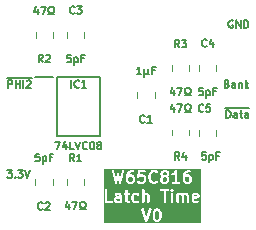
<source format=gto>
%TF.GenerationSoftware,KiCad,Pcbnew,8.0.7*%
%TF.CreationDate,2025-01-10T21:46:07+02:00*%
%TF.ProjectId,W65C816 Latch,57363543-3831-4362-904c-617463682e6b,V1*%
%TF.SameCoordinates,Original*%
%TF.FileFunction,Legend,Top*%
%TF.FilePolarity,Positive*%
%FSLAX46Y46*%
G04 Gerber Fmt 4.6, Leading zero omitted, Abs format (unit mm)*
G04 Created by KiCad (PCBNEW 8.0.7) date 2025-01-10 21:46:07*
%MOMM*%
%LPD*%
G01*
G04 APERTURE LIST*
%ADD10C,0.150000*%
%ADD11C,0.200000*%
%ADD12C,0.120000*%
G04 APERTURE END LIST*
D10*
X1205398Y-12350963D02*
X1598493Y-12350963D01*
X1598493Y-12350963D02*
X1386826Y-12592867D01*
X1386826Y-12592867D02*
X1477541Y-12592867D01*
X1477541Y-12592867D02*
X1538017Y-12623105D01*
X1538017Y-12623105D02*
X1568255Y-12653344D01*
X1568255Y-12653344D02*
X1598493Y-12713820D01*
X1598493Y-12713820D02*
X1598493Y-12865010D01*
X1598493Y-12865010D02*
X1568255Y-12925486D01*
X1568255Y-12925486D02*
X1538017Y-12955725D01*
X1538017Y-12955725D02*
X1477541Y-12985963D01*
X1477541Y-12985963D02*
X1296112Y-12985963D01*
X1296112Y-12985963D02*
X1235636Y-12955725D01*
X1235636Y-12955725D02*
X1205398Y-12925486D01*
X1870636Y-12925486D02*
X1900874Y-12955725D01*
X1900874Y-12955725D02*
X1870636Y-12985963D01*
X1870636Y-12985963D02*
X1840398Y-12955725D01*
X1840398Y-12955725D02*
X1870636Y-12925486D01*
X1870636Y-12925486D02*
X1870636Y-12985963D01*
X2112541Y-12350963D02*
X2505636Y-12350963D01*
X2505636Y-12350963D02*
X2293969Y-12592867D01*
X2293969Y-12592867D02*
X2384684Y-12592867D01*
X2384684Y-12592867D02*
X2445160Y-12623105D01*
X2445160Y-12623105D02*
X2475398Y-12653344D01*
X2475398Y-12653344D02*
X2505636Y-12713820D01*
X2505636Y-12713820D02*
X2505636Y-12865010D01*
X2505636Y-12865010D02*
X2475398Y-12925486D01*
X2475398Y-12925486D02*
X2445160Y-12955725D01*
X2445160Y-12955725D02*
X2384684Y-12985963D01*
X2384684Y-12985963D02*
X2203255Y-12985963D01*
X2203255Y-12985963D02*
X2142779Y-12955725D01*
X2142779Y-12955725D02*
X2112541Y-12925486D01*
X2687065Y-12350963D02*
X2898731Y-12985963D01*
X2898731Y-12985963D02*
X3110398Y-12350963D01*
X20293887Y318798D02*
X20233411Y349036D01*
X20233411Y349036D02*
X20142697Y349036D01*
X20142697Y349036D02*
X20051982Y318798D01*
X20051982Y318798D02*
X19991506Y258322D01*
X19991506Y258322D02*
X19961268Y197846D01*
X19961268Y197846D02*
X19931030Y76894D01*
X19931030Y76894D02*
X19931030Y-13820D01*
X19931030Y-13820D02*
X19961268Y-134772D01*
X19961268Y-134772D02*
X19991506Y-195248D01*
X19991506Y-195248D02*
X20051982Y-255725D01*
X20051982Y-255725D02*
X20142697Y-285963D01*
X20142697Y-285963D02*
X20203173Y-285963D01*
X20203173Y-285963D02*
X20293887Y-255725D01*
X20293887Y-255725D02*
X20324125Y-225486D01*
X20324125Y-225486D02*
X20324125Y-13820D01*
X20324125Y-13820D02*
X20203173Y-13820D01*
X20596268Y-285963D02*
X20596268Y349036D01*
X20596268Y349036D02*
X20959125Y-285963D01*
X20959125Y-285963D02*
X20959125Y349036D01*
X21261506Y-285963D02*
X21261506Y349036D01*
X21261506Y349036D02*
X21412696Y349036D01*
X21412696Y349036D02*
X21503411Y318798D01*
X21503411Y318798D02*
X21563887Y258322D01*
X21563887Y258322D02*
X21594125Y197846D01*
X21594125Y197846D02*
X21624363Y76894D01*
X21624363Y76894D02*
X21624363Y-13820D01*
X21624363Y-13820D02*
X21594125Y-134772D01*
X21594125Y-134772D02*
X21563887Y-195248D01*
X21563887Y-195248D02*
X21503411Y-255725D01*
X21503411Y-255725D02*
X21412696Y-285963D01*
X21412696Y-285963D02*
X21261506Y-285963D01*
X1265874Y-5365963D02*
X1265874Y-4730963D01*
X1265874Y-4730963D02*
X1507779Y-4730963D01*
X1507779Y-4730963D02*
X1568255Y-4761201D01*
X1568255Y-4761201D02*
X1598493Y-4791439D01*
X1598493Y-4791439D02*
X1628731Y-4851915D01*
X1628731Y-4851915D02*
X1628731Y-4942629D01*
X1628731Y-4942629D02*
X1598493Y-5003105D01*
X1598493Y-5003105D02*
X1568255Y-5033344D01*
X1568255Y-5033344D02*
X1507779Y-5063582D01*
X1507779Y-5063582D02*
X1265874Y-5063582D01*
X1900874Y-5365963D02*
X1900874Y-4730963D01*
X1900874Y-5033344D02*
X2263731Y-5033344D01*
X2263731Y-5365963D02*
X2263731Y-4730963D01*
X2566112Y-5365963D02*
X2566112Y-4730963D01*
X2838255Y-4791439D02*
X2868493Y-4761201D01*
X2868493Y-4761201D02*
X2928969Y-4730963D01*
X2928969Y-4730963D02*
X3080160Y-4730963D01*
X3080160Y-4730963D02*
X3140636Y-4761201D01*
X3140636Y-4761201D02*
X3170874Y-4791439D01*
X3170874Y-4791439D02*
X3201112Y-4851915D01*
X3201112Y-4851915D02*
X3201112Y-4912391D01*
X3201112Y-4912391D02*
X3170874Y-5003105D01*
X3170874Y-5003105D02*
X2808017Y-5365963D01*
X2808017Y-5365963D02*
X3201112Y-5365963D01*
X1178184Y-4554675D02*
X3258565Y-4554675D01*
X19810077Y-5033344D02*
X19900791Y-5063582D01*
X19900791Y-5063582D02*
X19931029Y-5093820D01*
X19931029Y-5093820D02*
X19961267Y-5154296D01*
X19961267Y-5154296D02*
X19961267Y-5245010D01*
X19961267Y-5245010D02*
X19931029Y-5305486D01*
X19931029Y-5305486D02*
X19900791Y-5335725D01*
X19900791Y-5335725D02*
X19840315Y-5365963D01*
X19840315Y-5365963D02*
X19598410Y-5365963D01*
X19598410Y-5365963D02*
X19598410Y-4730963D01*
X19598410Y-4730963D02*
X19810077Y-4730963D01*
X19810077Y-4730963D02*
X19870553Y-4761201D01*
X19870553Y-4761201D02*
X19900791Y-4791439D01*
X19900791Y-4791439D02*
X19931029Y-4851915D01*
X19931029Y-4851915D02*
X19931029Y-4912391D01*
X19931029Y-4912391D02*
X19900791Y-4972867D01*
X19900791Y-4972867D02*
X19870553Y-5003105D01*
X19870553Y-5003105D02*
X19810077Y-5033344D01*
X19810077Y-5033344D02*
X19598410Y-5033344D01*
X20505553Y-5365963D02*
X20505553Y-5033344D01*
X20505553Y-5033344D02*
X20475315Y-4972867D01*
X20475315Y-4972867D02*
X20414839Y-4942629D01*
X20414839Y-4942629D02*
X20293886Y-4942629D01*
X20293886Y-4942629D02*
X20233410Y-4972867D01*
X20505553Y-5335725D02*
X20445077Y-5365963D01*
X20445077Y-5365963D02*
X20293886Y-5365963D01*
X20293886Y-5365963D02*
X20233410Y-5335725D01*
X20233410Y-5335725D02*
X20203172Y-5275248D01*
X20203172Y-5275248D02*
X20203172Y-5214772D01*
X20203172Y-5214772D02*
X20233410Y-5154296D01*
X20233410Y-5154296D02*
X20293886Y-5124058D01*
X20293886Y-5124058D02*
X20445077Y-5124058D01*
X20445077Y-5124058D02*
X20505553Y-5093820D01*
X20807934Y-4942629D02*
X20807934Y-5365963D01*
X20807934Y-5003105D02*
X20838172Y-4972867D01*
X20838172Y-4972867D02*
X20898648Y-4942629D01*
X20898648Y-4942629D02*
X20989363Y-4942629D01*
X20989363Y-4942629D02*
X21049839Y-4972867D01*
X21049839Y-4972867D02*
X21080077Y-5033344D01*
X21080077Y-5033344D02*
X21080077Y-5365963D01*
X21382458Y-5365963D02*
X21382458Y-4730963D01*
X21442934Y-5124058D02*
X21624363Y-5365963D01*
X21624363Y-4942629D02*
X21382458Y-5184534D01*
D11*
G36*
X13974192Y-15761024D02*
G01*
X13998861Y-15785692D01*
X14034314Y-15856599D01*
X14076285Y-16024480D01*
X14076285Y-16237956D01*
X14034314Y-16405837D01*
X13998861Y-16476743D01*
X13974192Y-16501413D01*
X13914583Y-16531219D01*
X13866559Y-16531219D01*
X13806949Y-16501414D01*
X13782282Y-16476746D01*
X13746827Y-16405837D01*
X13704857Y-16237956D01*
X13704857Y-16024481D01*
X13746827Y-15856599D01*
X13782281Y-15785692D01*
X13806949Y-15761023D01*
X13866559Y-15731219D01*
X13914583Y-15731219D01*
X13974192Y-15761024D01*
G37*
G36*
X10719142Y-14911852D02*
G01*
X10700297Y-14921275D01*
X10509416Y-14921275D01*
X10465106Y-14899120D01*
X10442952Y-14854810D01*
X10442952Y-14806786D01*
X10465107Y-14762476D01*
X10509416Y-14740322D01*
X10719142Y-14740322D01*
X10719142Y-14911852D01*
G37*
G36*
X17268416Y-14476763D02*
G01*
X17285866Y-14511663D01*
X17014381Y-14565960D01*
X17014381Y-14521072D01*
X17036536Y-14476762D01*
X17080845Y-14454608D01*
X17224107Y-14454608D01*
X17268416Y-14476763D01*
G37*
G36*
X11759906Y-12922088D02*
G01*
X11784575Y-12946756D01*
X11814380Y-13006366D01*
X11814380Y-13197247D01*
X11784575Y-13256855D01*
X11759906Y-13281525D01*
X11700297Y-13311331D01*
X11557035Y-13311331D01*
X11497425Y-13281526D01*
X11472758Y-13256858D01*
X11442952Y-13197246D01*
X11442952Y-13006366D01*
X11472757Y-12946756D01*
X11497425Y-12922087D01*
X11557035Y-12892283D01*
X11700297Y-12892283D01*
X11759906Y-12922088D01*
G37*
G36*
X14664668Y-12969707D02*
G01*
X14689337Y-12994375D01*
X14719142Y-13053985D01*
X14719142Y-13197247D01*
X14689337Y-13256855D01*
X14664668Y-13281525D01*
X14605059Y-13311331D01*
X14461797Y-13311331D01*
X14402187Y-13281526D01*
X14377520Y-13256858D01*
X14347714Y-13197246D01*
X14347714Y-13053985D01*
X14377519Y-12994375D01*
X14402187Y-12969706D01*
X14461797Y-12939902D01*
X14605059Y-12939902D01*
X14664668Y-12969707D01*
G37*
G36*
X14664668Y-12541136D02*
G01*
X14689337Y-12565804D01*
X14719142Y-12625414D01*
X14719142Y-12625819D01*
X14689337Y-12685428D01*
X14664668Y-12710096D01*
X14605059Y-12739902D01*
X14461797Y-12739902D01*
X14402187Y-12710097D01*
X14377519Y-12685428D01*
X14347714Y-12625818D01*
X14347714Y-12625414D01*
X14377519Y-12565804D01*
X14402187Y-12541135D01*
X14461797Y-12511331D01*
X14605059Y-12511331D01*
X14664668Y-12541136D01*
G37*
G36*
X16569430Y-12922088D02*
G01*
X16594099Y-12946756D01*
X16623904Y-13006366D01*
X16623904Y-13197247D01*
X16594099Y-13256855D01*
X16569430Y-13281525D01*
X16509821Y-13311331D01*
X16366559Y-13311331D01*
X16306949Y-13281526D01*
X16282282Y-13256858D01*
X16252476Y-13197246D01*
X16252476Y-13006366D01*
X16282281Y-12946756D01*
X16306949Y-12922087D01*
X16366559Y-12892283D01*
X16509821Y-12892283D01*
X16569430Y-12922088D01*
G37*
G36*
X17601682Y-16842330D02*
G01*
X9369936Y-16842330D01*
X9369936Y-15643726D01*
X12553261Y-15643726D01*
X12557608Y-15662842D01*
X12890941Y-16662841D01*
X12898932Y-16680742D01*
X12903615Y-16686141D01*
X12906810Y-16692531D01*
X12916281Y-16700746D01*
X12924497Y-16710218D01*
X12930885Y-16713412D01*
X12936286Y-16718096D01*
X12948187Y-16722063D01*
X12959396Y-16727667D01*
X12966520Y-16728173D01*
X12973302Y-16730434D01*
X12985811Y-16729544D01*
X12998316Y-16730434D01*
X13005094Y-16728174D01*
X13012222Y-16727668D01*
X13023438Y-16722059D01*
X13035332Y-16718095D01*
X13040729Y-16713414D01*
X13047121Y-16710218D01*
X13055339Y-16700742D01*
X13064808Y-16692530D01*
X13068001Y-16686143D01*
X13072686Y-16680742D01*
X13080677Y-16662842D01*
X13297567Y-16012171D01*
X13504857Y-16012171D01*
X13504857Y-16250266D01*
X13505192Y-16253668D01*
X13504975Y-16255127D01*
X13506054Y-16262424D01*
X13506778Y-16269775D01*
X13507342Y-16271138D01*
X13507843Y-16274520D01*
X13555462Y-16464995D01*
X13555975Y-16466432D01*
X13556027Y-16467155D01*
X13559135Y-16475279D01*
X13562057Y-16483456D01*
X13562487Y-16484036D01*
X13563033Y-16485463D01*
X13610652Y-16580701D01*
X13615935Y-16589093D01*
X13616947Y-16591537D01*
X13619203Y-16594286D01*
X13621095Y-16597291D01*
X13623089Y-16599020D01*
X13629384Y-16606690D01*
X13677002Y-16654310D01*
X13684670Y-16660603D01*
X13686402Y-16662600D01*
X13689410Y-16664493D01*
X13692156Y-16666747D01*
X13694596Y-16667757D01*
X13702993Y-16673043D01*
X13798230Y-16720662D01*
X13816539Y-16727668D01*
X13820122Y-16727922D01*
X13823443Y-16729298D01*
X13842952Y-16731219D01*
X13938190Y-16731219D01*
X13957699Y-16729298D01*
X13961019Y-16727922D01*
X13964603Y-16727668D01*
X13982911Y-16720662D01*
X14078149Y-16673043D01*
X14086544Y-16667758D01*
X14088986Y-16666747D01*
X14091733Y-16664491D01*
X14094739Y-16662600D01*
X14096469Y-16660605D01*
X14104139Y-16654310D01*
X14151758Y-16606690D01*
X14158050Y-16599023D01*
X14160047Y-16597292D01*
X14161940Y-16594284D01*
X14164195Y-16591537D01*
X14165206Y-16589095D01*
X14170490Y-16580701D01*
X14218109Y-16485464D01*
X14218655Y-16484035D01*
X14219085Y-16483456D01*
X14222006Y-16475279D01*
X14225115Y-16467155D01*
X14225166Y-16466434D01*
X14225680Y-16464996D01*
X14273299Y-16274520D01*
X14273799Y-16271138D01*
X14274364Y-16269775D01*
X14275087Y-16262424D01*
X14276167Y-16255127D01*
X14275949Y-16253668D01*
X14276285Y-16250266D01*
X14276285Y-16012171D01*
X14275949Y-16008768D01*
X14276167Y-16007310D01*
X14275087Y-16000012D01*
X14274364Y-15992662D01*
X14273799Y-15991298D01*
X14273299Y-15987917D01*
X14225680Y-15797441D01*
X14225166Y-15796002D01*
X14225115Y-15795282D01*
X14222006Y-15787157D01*
X14219085Y-15778981D01*
X14218655Y-15778401D01*
X14218109Y-15776973D01*
X14170490Y-15681736D01*
X14165204Y-15673339D01*
X14164194Y-15670899D01*
X14161940Y-15668153D01*
X14160047Y-15665145D01*
X14158049Y-15663412D01*
X14151757Y-15655746D01*
X14104139Y-15608127D01*
X14096468Y-15601832D01*
X14094739Y-15599838D01*
X14091731Y-15597944D01*
X14088985Y-15595691D01*
X14086545Y-15594680D01*
X14078149Y-15589395D01*
X13982911Y-15541776D01*
X13964603Y-15534770D01*
X13961019Y-15534515D01*
X13957699Y-15533140D01*
X13938190Y-15531219D01*
X13842952Y-15531219D01*
X13823443Y-15533140D01*
X13820122Y-15534515D01*
X13816539Y-15534770D01*
X13798230Y-15541776D01*
X13702993Y-15589395D01*
X13694596Y-15594680D01*
X13692156Y-15595691D01*
X13689410Y-15597944D01*
X13686402Y-15599838D01*
X13684669Y-15601835D01*
X13677003Y-15608128D01*
X13629384Y-15655746D01*
X13623089Y-15663416D01*
X13621095Y-15665146D01*
X13619201Y-15668153D01*
X13616948Y-15670900D01*
X13615937Y-15673339D01*
X13610652Y-15681736D01*
X13563033Y-15776974D01*
X13562487Y-15778400D01*
X13562057Y-15778981D01*
X13559135Y-15787157D01*
X13556027Y-15795282D01*
X13555975Y-15796004D01*
X13555462Y-15797442D01*
X13507843Y-15987917D01*
X13507342Y-15991298D01*
X13506778Y-15992662D01*
X13506054Y-16000012D01*
X13504975Y-16007310D01*
X13505192Y-16008768D01*
X13504857Y-16012171D01*
X13297567Y-16012171D01*
X13414010Y-15662842D01*
X13418357Y-15643727D01*
X13415591Y-15604807D01*
X13398141Y-15569908D01*
X13368665Y-15544343D01*
X13331649Y-15532004D01*
X13292729Y-15534771D01*
X13257830Y-15552220D01*
X13232265Y-15581696D01*
X13224274Y-15599597D01*
X12985809Y-16314991D01*
X12747344Y-15599596D01*
X12739353Y-15581696D01*
X12713788Y-15552220D01*
X12678889Y-15534770D01*
X12639969Y-15532004D01*
X12602953Y-15544342D01*
X12573477Y-15569907D01*
X12556027Y-15604806D01*
X12553261Y-15643726D01*
X9369936Y-15643726D01*
X9369936Y-14021275D01*
X9481047Y-14021275D01*
X9481047Y-15021275D01*
X9482968Y-15040784D01*
X9497900Y-15076832D01*
X9525490Y-15104422D01*
X9561538Y-15119354D01*
X9581047Y-15121275D01*
X10057237Y-15121275D01*
X10076746Y-15119354D01*
X10112794Y-15104422D01*
X10140384Y-15076832D01*
X10155316Y-15040784D01*
X10155316Y-15001766D01*
X10140384Y-14965718D01*
X10112794Y-14938128D01*
X10076746Y-14923196D01*
X10057237Y-14921275D01*
X9681047Y-14921275D01*
X9681047Y-14783179D01*
X10242952Y-14783179D01*
X10242952Y-14878417D01*
X10244873Y-14897926D01*
X10246248Y-14901246D01*
X10246503Y-14904829D01*
X10253509Y-14923138D01*
X10301128Y-15018377D01*
X10303181Y-15021640D01*
X10303695Y-15023179D01*
X10305357Y-15025095D01*
X10311571Y-15034967D01*
X10321042Y-15043181D01*
X10329259Y-15052656D01*
X10339129Y-15058868D01*
X10341047Y-15060532D01*
X10342587Y-15061045D01*
X10345850Y-15063099D01*
X10441087Y-15110718D01*
X10459396Y-15117724D01*
X10462979Y-15117978D01*
X10466300Y-15119354D01*
X10485809Y-15121275D01*
X10723904Y-15121275D01*
X10743413Y-15119354D01*
X10746733Y-15117978D01*
X10750317Y-15117724D01*
X10768625Y-15110718D01*
X10773228Y-15108416D01*
X10799633Y-15119354D01*
X10838651Y-15119354D01*
X10874699Y-15104422D01*
X10902289Y-15076832D01*
X10917221Y-15040784D01*
X10919142Y-15021275D01*
X10919142Y-14497465D01*
X10917221Y-14477956D01*
X10915845Y-14474635D01*
X10915591Y-14471052D01*
X10908585Y-14452743D01*
X10860966Y-14357506D01*
X10858911Y-14354242D01*
X10858399Y-14352704D01*
X10856737Y-14350788D01*
X10850523Y-14340915D01*
X10843817Y-14335099D01*
X11054397Y-14335099D01*
X11054397Y-14374117D01*
X11069329Y-14410165D01*
X11096919Y-14437755D01*
X11132967Y-14452687D01*
X11152476Y-14454608D01*
X11195333Y-14454608D01*
X11195333Y-14878417D01*
X11197254Y-14897926D01*
X11198629Y-14901246D01*
X11198884Y-14904829D01*
X11205890Y-14923138D01*
X11253509Y-15018377D01*
X11255562Y-15021640D01*
X11256076Y-15023179D01*
X11257738Y-15025095D01*
X11263952Y-15034967D01*
X11273423Y-15043181D01*
X11281640Y-15052656D01*
X11291510Y-15058868D01*
X11293428Y-15060532D01*
X11294968Y-15061045D01*
X11298231Y-15063099D01*
X11393468Y-15110718D01*
X11411777Y-15117724D01*
X11415360Y-15117978D01*
X11418681Y-15119354D01*
X11438190Y-15121275D01*
X11533428Y-15121275D01*
X11552937Y-15119354D01*
X11588985Y-15104422D01*
X11616575Y-15076832D01*
X11631507Y-15040784D01*
X11631507Y-15001766D01*
X11616575Y-14965718D01*
X11588985Y-14938128D01*
X11552937Y-14923196D01*
X11533428Y-14921275D01*
X11461797Y-14921275D01*
X11417487Y-14899120D01*
X11395333Y-14854810D01*
X11395333Y-14545084D01*
X11719143Y-14545084D01*
X11719143Y-14830798D01*
X11721064Y-14850307D01*
X11722439Y-14853627D01*
X11722694Y-14857211D01*
X11729700Y-14875519D01*
X11777319Y-14970757D01*
X11782602Y-14979149D01*
X11783614Y-14981593D01*
X11785870Y-14984342D01*
X11787762Y-14987347D01*
X11789756Y-14989076D01*
X11796051Y-14996746D01*
X11843669Y-15044366D01*
X11851337Y-15050659D01*
X11853069Y-15052656D01*
X11856077Y-15054549D01*
X11858823Y-15056803D01*
X11861263Y-15057813D01*
X11869660Y-15063099D01*
X11964897Y-15110718D01*
X11983206Y-15117724D01*
X11986789Y-15117978D01*
X11990110Y-15119354D01*
X12009619Y-15121275D01*
X12200095Y-15121275D01*
X12219604Y-15119354D01*
X12222924Y-15117978D01*
X12226508Y-15117724D01*
X12244816Y-15110718D01*
X12340054Y-15063099D01*
X12356644Y-15052656D01*
X12382209Y-15023179D01*
X12394547Y-14986163D01*
X12391782Y-14947243D01*
X12374333Y-14912345D01*
X12344856Y-14886780D01*
X12307840Y-14874441D01*
X12268920Y-14877207D01*
X12250611Y-14884213D01*
X12176488Y-14921275D01*
X12033226Y-14921275D01*
X11973616Y-14891470D01*
X11948949Y-14866802D01*
X11919143Y-14807190D01*
X11919143Y-14568691D01*
X11948948Y-14509081D01*
X11973616Y-14484412D01*
X12033226Y-14454608D01*
X12176488Y-14454608D01*
X12250611Y-14491670D01*
X12268920Y-14498676D01*
X12307840Y-14501442D01*
X12344856Y-14489103D01*
X12374333Y-14463538D01*
X12391782Y-14428640D01*
X12394547Y-14389720D01*
X12382209Y-14352704D01*
X12356644Y-14323227D01*
X12340054Y-14312784D01*
X12244816Y-14265165D01*
X12226508Y-14258159D01*
X12222924Y-14257904D01*
X12219604Y-14256529D01*
X12200095Y-14254608D01*
X12009619Y-14254608D01*
X11990110Y-14256529D01*
X11986789Y-14257904D01*
X11983206Y-14258159D01*
X11964897Y-14265165D01*
X11869660Y-14312784D01*
X11861263Y-14318069D01*
X11858823Y-14319080D01*
X11856077Y-14321333D01*
X11853069Y-14323227D01*
X11851336Y-14325224D01*
X11843670Y-14331517D01*
X11796051Y-14379135D01*
X11789756Y-14386805D01*
X11787762Y-14388535D01*
X11785868Y-14391542D01*
X11783615Y-14394289D01*
X11782604Y-14396728D01*
X11777319Y-14405125D01*
X11729700Y-14500363D01*
X11722694Y-14518671D01*
X11722439Y-14522254D01*
X11721064Y-14525575D01*
X11719143Y-14545084D01*
X11395333Y-14545084D01*
X11395333Y-14454608D01*
X11533428Y-14454608D01*
X11552937Y-14452687D01*
X11588985Y-14437755D01*
X11616575Y-14410165D01*
X11631507Y-14374117D01*
X11631507Y-14335099D01*
X11616575Y-14299051D01*
X11588985Y-14271461D01*
X11552937Y-14256529D01*
X11533428Y-14254608D01*
X11395333Y-14254608D01*
X11395333Y-14021275D01*
X12623905Y-14021275D01*
X12623905Y-15021275D01*
X12625826Y-15040784D01*
X12640758Y-15076832D01*
X12668348Y-15104422D01*
X12704396Y-15119354D01*
X12743414Y-15119354D01*
X12779462Y-15104422D01*
X12807052Y-15076832D01*
X12821984Y-15040784D01*
X12823905Y-15021275D01*
X12823905Y-14491267D01*
X12830759Y-14484412D01*
X12890369Y-14454608D01*
X12986012Y-14454608D01*
X13030321Y-14476763D01*
X13052476Y-14521072D01*
X13052476Y-15021275D01*
X13054397Y-15040784D01*
X13069329Y-15076832D01*
X13096919Y-15104422D01*
X13132967Y-15119354D01*
X13171985Y-15119354D01*
X13208033Y-15104422D01*
X13235623Y-15076832D01*
X13250555Y-15040784D01*
X13252476Y-15021275D01*
X13252476Y-14497465D01*
X13250555Y-14477956D01*
X13249179Y-14474635D01*
X13248925Y-14471052D01*
X13241919Y-14452743D01*
X13194300Y-14357506D01*
X13192245Y-14354242D01*
X13191733Y-14352704D01*
X13190071Y-14350788D01*
X13183857Y-14340915D01*
X13174381Y-14332697D01*
X13166168Y-14323227D01*
X13156296Y-14317013D01*
X13154380Y-14315351D01*
X13152841Y-14314837D01*
X13149578Y-14312784D01*
X13054340Y-14265165D01*
X13036032Y-14258159D01*
X13032448Y-14257904D01*
X13029128Y-14256529D01*
X13009619Y-14254608D01*
X12866762Y-14254608D01*
X12847253Y-14256529D01*
X12843932Y-14257904D01*
X12840349Y-14258159D01*
X12823905Y-14264451D01*
X12823905Y-14021275D01*
X12821984Y-14001766D01*
X14149636Y-14001766D01*
X14149636Y-14040784D01*
X14164568Y-14076832D01*
X14192158Y-14104422D01*
X14228206Y-14119354D01*
X14247715Y-14121275D01*
X14433429Y-14121275D01*
X14433429Y-15021275D01*
X14435350Y-15040784D01*
X14450282Y-15076832D01*
X14477872Y-15104422D01*
X14513920Y-15119354D01*
X14552938Y-15119354D01*
X14588986Y-15104422D01*
X14616576Y-15076832D01*
X14631508Y-15040784D01*
X14633429Y-15021275D01*
X14633429Y-14354608D01*
X15052477Y-14354608D01*
X15052477Y-15021275D01*
X15054398Y-15040784D01*
X15069330Y-15076832D01*
X15096920Y-15104422D01*
X15132968Y-15119354D01*
X15171986Y-15119354D01*
X15208034Y-15104422D01*
X15235624Y-15076832D01*
X15250556Y-15040784D01*
X15252477Y-15021275D01*
X15252477Y-14354608D01*
X15528667Y-14354608D01*
X15528667Y-15021275D01*
X15530588Y-15040784D01*
X15545520Y-15076832D01*
X15573110Y-15104422D01*
X15609158Y-15119354D01*
X15648176Y-15119354D01*
X15684224Y-15104422D01*
X15711814Y-15076832D01*
X15726746Y-15040784D01*
X15728667Y-15021275D01*
X15728667Y-14491267D01*
X15735521Y-14484412D01*
X15795131Y-14454608D01*
X15890774Y-14454608D01*
X15935083Y-14476763D01*
X15957238Y-14521072D01*
X15957238Y-15021275D01*
X15959159Y-15040784D01*
X15974091Y-15076832D01*
X16001681Y-15104422D01*
X16037729Y-15119354D01*
X16076747Y-15119354D01*
X16112795Y-15104422D01*
X16140385Y-15076832D01*
X16155317Y-15040784D01*
X16157238Y-15021275D01*
X16157238Y-14521072D01*
X16179393Y-14476762D01*
X16223702Y-14454608D01*
X16319345Y-14454608D01*
X16363655Y-14476762D01*
X16385810Y-14521072D01*
X16385810Y-15021275D01*
X16387731Y-15040784D01*
X16402663Y-15076832D01*
X16430253Y-15104422D01*
X16466301Y-15119354D01*
X16505319Y-15119354D01*
X16541367Y-15104422D01*
X16568957Y-15076832D01*
X16583889Y-15040784D01*
X16585810Y-15021275D01*
X16585810Y-14497465D01*
X16814381Y-14497465D01*
X16814381Y-14878417D01*
X16816302Y-14897926D01*
X16817677Y-14901246D01*
X16817932Y-14904829D01*
X16824938Y-14923138D01*
X16872557Y-15018377D01*
X16874610Y-15021640D01*
X16875124Y-15023179D01*
X16876786Y-15025095D01*
X16883000Y-15034967D01*
X16892471Y-15043181D01*
X16900688Y-15052656D01*
X16910558Y-15058868D01*
X16912476Y-15060532D01*
X16914016Y-15061045D01*
X16917279Y-15063099D01*
X17012516Y-15110718D01*
X17030825Y-15117724D01*
X17034408Y-15117978D01*
X17037729Y-15119354D01*
X17057238Y-15121275D01*
X17247714Y-15121275D01*
X17267223Y-15119354D01*
X17270543Y-15117978D01*
X17274127Y-15117724D01*
X17292435Y-15110718D01*
X17387673Y-15063099D01*
X17404263Y-15052656D01*
X17429828Y-15023179D01*
X17442166Y-14986163D01*
X17439401Y-14947243D01*
X17421952Y-14912345D01*
X17392475Y-14886780D01*
X17355459Y-14874441D01*
X17316539Y-14877207D01*
X17298230Y-14884213D01*
X17224107Y-14921275D01*
X17080845Y-14921275D01*
X17036535Y-14899120D01*
X17014381Y-14854810D01*
X17014381Y-14769921D01*
X17410077Y-14690782D01*
X17410080Y-14690782D01*
X17410082Y-14690780D01*
X17410182Y-14690761D01*
X17428936Y-14685051D01*
X17437076Y-14679599D01*
X17446128Y-14675850D01*
X17453129Y-14668848D01*
X17461355Y-14663340D01*
X17466789Y-14655188D01*
X17473718Y-14648260D01*
X17477507Y-14639112D01*
X17482999Y-14630875D01*
X17484900Y-14621264D01*
X17488650Y-14612212D01*
X17490571Y-14592703D01*
X17490571Y-14497465D01*
X17488650Y-14477956D01*
X17487274Y-14474635D01*
X17487020Y-14471052D01*
X17480014Y-14452743D01*
X17432395Y-14357506D01*
X17430340Y-14354242D01*
X17429828Y-14352704D01*
X17428166Y-14350788D01*
X17421952Y-14340915D01*
X17412476Y-14332697D01*
X17404263Y-14323227D01*
X17394391Y-14317013D01*
X17392475Y-14315351D01*
X17390936Y-14314837D01*
X17387673Y-14312784D01*
X17292435Y-14265165D01*
X17274127Y-14258159D01*
X17270543Y-14257904D01*
X17267223Y-14256529D01*
X17247714Y-14254608D01*
X17057238Y-14254608D01*
X17037729Y-14256529D01*
X17034408Y-14257904D01*
X17030825Y-14258159D01*
X17012516Y-14265165D01*
X16917279Y-14312784D01*
X16914015Y-14314838D01*
X16912477Y-14315351D01*
X16910561Y-14317012D01*
X16900688Y-14323227D01*
X16892470Y-14332702D01*
X16883000Y-14340916D01*
X16876786Y-14350787D01*
X16875124Y-14352704D01*
X16874610Y-14354242D01*
X16872557Y-14357506D01*
X16824938Y-14452744D01*
X16817932Y-14471052D01*
X16817677Y-14474635D01*
X16816302Y-14477956D01*
X16814381Y-14497465D01*
X16585810Y-14497465D01*
X16583889Y-14477956D01*
X16582513Y-14474635D01*
X16582259Y-14471052D01*
X16575253Y-14452743D01*
X16527634Y-14357506D01*
X16525580Y-14354243D01*
X16525067Y-14352703D01*
X16523403Y-14350785D01*
X16517191Y-14340915D01*
X16507716Y-14332698D01*
X16499502Y-14323227D01*
X16489630Y-14317013D01*
X16487714Y-14315351D01*
X16486175Y-14314837D01*
X16482912Y-14312784D01*
X16387673Y-14265165D01*
X16369364Y-14258159D01*
X16365781Y-14257904D01*
X16362461Y-14256529D01*
X16342952Y-14254608D01*
X16200095Y-14254608D01*
X16180586Y-14256529D01*
X16177265Y-14257904D01*
X16173682Y-14258159D01*
X16155373Y-14265165D01*
X16060136Y-14312784D01*
X16057237Y-14314608D01*
X16054340Y-14312784D01*
X15959102Y-14265165D01*
X15940794Y-14258159D01*
X15937210Y-14257904D01*
X15933890Y-14256529D01*
X15914381Y-14254608D01*
X15771524Y-14254608D01*
X15752015Y-14256529D01*
X15748694Y-14257904D01*
X15745111Y-14258159D01*
X15726802Y-14265165D01*
X15694219Y-14281456D01*
X15684224Y-14271461D01*
X15648176Y-14256529D01*
X15609158Y-14256529D01*
X15573110Y-14271461D01*
X15545520Y-14299051D01*
X15530588Y-14335099D01*
X15528667Y-14354608D01*
X15252477Y-14354608D01*
X15250556Y-14335099D01*
X15235624Y-14299051D01*
X15208034Y-14271461D01*
X15171986Y-14256529D01*
X15132968Y-14256529D01*
X15096920Y-14271461D01*
X15069330Y-14299051D01*
X15054398Y-14335099D01*
X15052477Y-14354608D01*
X14633429Y-14354608D01*
X14633429Y-14121275D01*
X14819143Y-14121275D01*
X14838652Y-14119354D01*
X14874700Y-14104422D01*
X14902290Y-14076832D01*
X14913659Y-14049385D01*
X15006779Y-14049385D01*
X15006779Y-14088403D01*
X15021711Y-14124451D01*
X15034147Y-14139605D01*
X15081766Y-14187223D01*
X15096919Y-14199660D01*
X15107477Y-14204033D01*
X15132968Y-14214592D01*
X15171986Y-14214592D01*
X15208034Y-14199660D01*
X15223188Y-14187224D01*
X15270806Y-14139605D01*
X15283243Y-14124452D01*
X15298174Y-14088403D01*
X15298174Y-14049385D01*
X15296690Y-14045802D01*
X15283243Y-14013336D01*
X15270806Y-13998183D01*
X15223188Y-13950564D01*
X15208034Y-13938128D01*
X15171986Y-13923196D01*
X15132968Y-13923196D01*
X15107477Y-13933754D01*
X15096919Y-13938128D01*
X15081766Y-13950565D01*
X15034147Y-13998183D01*
X15021712Y-14013336D01*
X15021711Y-14013337D01*
X15006779Y-14049385D01*
X14913659Y-14049385D01*
X14917222Y-14040784D01*
X14917222Y-14001766D01*
X14902290Y-13965718D01*
X14874700Y-13938128D01*
X14838652Y-13923196D01*
X14819143Y-13921275D01*
X14247715Y-13921275D01*
X14228206Y-13923196D01*
X14192158Y-13938128D01*
X14164568Y-13965718D01*
X14149636Y-14001766D01*
X12821984Y-14001766D01*
X12807052Y-13965718D01*
X12779462Y-13938128D01*
X12743414Y-13923196D01*
X12704396Y-13923196D01*
X12668348Y-13938128D01*
X12640758Y-13965718D01*
X12625826Y-14001766D01*
X12623905Y-14021275D01*
X11395333Y-14021275D01*
X11393412Y-14001766D01*
X11378480Y-13965718D01*
X11350890Y-13938128D01*
X11314842Y-13923196D01*
X11275824Y-13923196D01*
X11239776Y-13938128D01*
X11212186Y-13965718D01*
X11197254Y-14001766D01*
X11195333Y-14021275D01*
X11195333Y-14254608D01*
X11152476Y-14254608D01*
X11132967Y-14256529D01*
X11096919Y-14271461D01*
X11069329Y-14299051D01*
X11054397Y-14335099D01*
X10843817Y-14335099D01*
X10841047Y-14332697D01*
X10832834Y-14323227D01*
X10822962Y-14317013D01*
X10821046Y-14315351D01*
X10819507Y-14314837D01*
X10816244Y-14312784D01*
X10721006Y-14265165D01*
X10702698Y-14258159D01*
X10699114Y-14257904D01*
X10695794Y-14256529D01*
X10676285Y-14254608D01*
X10485809Y-14254608D01*
X10466300Y-14256529D01*
X10462979Y-14257904D01*
X10459396Y-14258159D01*
X10441087Y-14265165D01*
X10345850Y-14312784D01*
X10329259Y-14323227D01*
X10303695Y-14352704D01*
X10291356Y-14389720D01*
X10294122Y-14428640D01*
X10311571Y-14463539D01*
X10341048Y-14489103D01*
X10378064Y-14501442D01*
X10416984Y-14498676D01*
X10435292Y-14491670D01*
X10509416Y-14454608D01*
X10652678Y-14454608D01*
X10696987Y-14476763D01*
X10719142Y-14521072D01*
X10719142Y-14530899D01*
X10700297Y-14540322D01*
X10485809Y-14540322D01*
X10466300Y-14542243D01*
X10462979Y-14543618D01*
X10459396Y-14543873D01*
X10441087Y-14550879D01*
X10345850Y-14598498D01*
X10342586Y-14600552D01*
X10341048Y-14601065D01*
X10339132Y-14602726D01*
X10329259Y-14608941D01*
X10321041Y-14618416D01*
X10311571Y-14626630D01*
X10305357Y-14636501D01*
X10303695Y-14638418D01*
X10303181Y-14639956D01*
X10301128Y-14643220D01*
X10253509Y-14738458D01*
X10246503Y-14756766D01*
X10246248Y-14760349D01*
X10244873Y-14763670D01*
X10242952Y-14783179D01*
X9681047Y-14783179D01*
X9681047Y-14021275D01*
X9679126Y-14001766D01*
X9664194Y-13965718D01*
X9636604Y-13938128D01*
X9600556Y-13923196D01*
X9561538Y-13923196D01*
X9525490Y-13938128D01*
X9497900Y-13965718D01*
X9482968Y-14001766D01*
X9481047Y-14021275D01*
X9369936Y-14021275D01*
X9369936Y-12415070D01*
X10052545Y-12415070D01*
X10055195Y-12434493D01*
X10293290Y-13434493D01*
X10295598Y-13441190D01*
X10295917Y-13443588D01*
X10297171Y-13445755D01*
X10299678Y-13453027D01*
X10308193Y-13464793D01*
X10315466Y-13477356D01*
X10319543Y-13480476D01*
X10322553Y-13484636D01*
X10334915Y-13492243D01*
X10346449Y-13501072D01*
X10351412Y-13502395D01*
X10355783Y-13505085D01*
X10370117Y-13507383D01*
X10384150Y-13511125D01*
X10389238Y-13510448D01*
X10394310Y-13511262D01*
X10408444Y-13507896D01*
X10422828Y-13505985D01*
X10427268Y-13503414D01*
X10432267Y-13502224D01*
X10444033Y-13493708D01*
X10456596Y-13486436D01*
X10459716Y-13482358D01*
X10463876Y-13479349D01*
X10471483Y-13466986D01*
X10480312Y-13455453D01*
X10483011Y-13448252D01*
X10484325Y-13446119D01*
X10484708Y-13443728D01*
X10487195Y-13437097D01*
X10581047Y-13085150D01*
X10674900Y-13437098D01*
X10677385Y-13443727D01*
X10677769Y-13446119D01*
X10679082Y-13448253D01*
X10681782Y-13455453D01*
X10690610Y-13466986D01*
X10698218Y-13479349D01*
X10702377Y-13482358D01*
X10705498Y-13486436D01*
X10718062Y-13493710D01*
X10729827Y-13502224D01*
X10734822Y-13503413D01*
X10739266Y-13505986D01*
X10753655Y-13507897D01*
X10767784Y-13511262D01*
X10772855Y-13510448D01*
X10777944Y-13511125D01*
X10791976Y-13507383D01*
X10806311Y-13505085D01*
X10810681Y-13502395D01*
X10815645Y-13501072D01*
X10827178Y-13492243D01*
X10839541Y-13484636D01*
X10842550Y-13480476D01*
X10846628Y-13477356D01*
X10853903Y-13464789D01*
X10862416Y-13453027D01*
X10864920Y-13445761D01*
X10866178Y-13443589D01*
X10866497Y-13441185D01*
X10868804Y-13434493D01*
X11010374Y-12839902D01*
X11242952Y-12839902D01*
X11242952Y-13220854D01*
X11244873Y-13240363D01*
X11246248Y-13243683D01*
X11246503Y-13247267D01*
X11253509Y-13265575D01*
X11301128Y-13360813D01*
X11306411Y-13369205D01*
X11307423Y-13371649D01*
X11309679Y-13374398D01*
X11311571Y-13377403D01*
X11313565Y-13379132D01*
X11319860Y-13386802D01*
X11367478Y-13434422D01*
X11375146Y-13440715D01*
X11376878Y-13442712D01*
X11379886Y-13444605D01*
X11382632Y-13446859D01*
X11385072Y-13447869D01*
X11393469Y-13453155D01*
X11488706Y-13500774D01*
X11507015Y-13507780D01*
X11510598Y-13508034D01*
X11513919Y-13509410D01*
X11533428Y-13511331D01*
X11723904Y-13511331D01*
X11743413Y-13509410D01*
X11746733Y-13508034D01*
X11750317Y-13507780D01*
X11768625Y-13500774D01*
X11863863Y-13453155D01*
X11872258Y-13447870D01*
X11874700Y-13446859D01*
X11877447Y-13444603D01*
X11880453Y-13442712D01*
X11882183Y-13440717D01*
X11889853Y-13434422D01*
X11937472Y-13386802D01*
X11943764Y-13379135D01*
X11945761Y-13377404D01*
X11947654Y-13374396D01*
X11949909Y-13371649D01*
X11950920Y-13369207D01*
X11956204Y-13360813D01*
X12003823Y-13265576D01*
X12010829Y-13247267D01*
X12011083Y-13243683D01*
X12012459Y-13240363D01*
X12014380Y-13220854D01*
X12014380Y-12982759D01*
X12012459Y-12963250D01*
X12011083Y-12959929D01*
X12010829Y-12956346D01*
X12003823Y-12938037D01*
X11983391Y-12897174D01*
X12195800Y-12897174D01*
X12197254Y-12901992D01*
X12197254Y-12907030D01*
X12202850Y-12920539D01*
X12207071Y-12934529D01*
X12210258Y-12938425D01*
X12212186Y-12943078D01*
X12222522Y-12953414D01*
X12231778Y-12964727D01*
X12236215Y-12967107D01*
X12239776Y-12970668D01*
X12253281Y-12976262D01*
X12266162Y-12983172D01*
X12271171Y-12983672D01*
X12275824Y-12985600D01*
X12290445Y-12985600D01*
X12304986Y-12987054D01*
X12309805Y-12985600D01*
X12314842Y-12985600D01*
X12328351Y-12980003D01*
X12342341Y-12975783D01*
X12346237Y-12972595D01*
X12350890Y-12970668D01*
X12366044Y-12958232D01*
X12402187Y-12922087D01*
X12461797Y-12892283D01*
X12652678Y-12892283D01*
X12712287Y-12922088D01*
X12736956Y-12946756D01*
X12766761Y-13006366D01*
X12766761Y-13197247D01*
X12736956Y-13256855D01*
X12712287Y-13281525D01*
X12652678Y-13311331D01*
X12461797Y-13311331D01*
X12402187Y-13281526D01*
X12366044Y-13245382D01*
X12350891Y-13232945D01*
X12314843Y-13218014D01*
X12275825Y-13218013D01*
X12239776Y-13232944D01*
X12212186Y-13260534D01*
X12197255Y-13296582D01*
X12197254Y-13335600D01*
X12212185Y-13371649D01*
X12224622Y-13386802D01*
X12272240Y-13434422D01*
X12279908Y-13440715D01*
X12281640Y-13442712D01*
X12284648Y-13444605D01*
X12287394Y-13446859D01*
X12289834Y-13447869D01*
X12298231Y-13453155D01*
X12393468Y-13500774D01*
X12411777Y-13507780D01*
X12415360Y-13508034D01*
X12418681Y-13509410D01*
X12438190Y-13511331D01*
X12676285Y-13511331D01*
X12695794Y-13509410D01*
X12699114Y-13508034D01*
X12702698Y-13507780D01*
X12721006Y-13500774D01*
X12816244Y-13453155D01*
X12824639Y-13447870D01*
X12827081Y-13446859D01*
X12829828Y-13444603D01*
X12832834Y-13442712D01*
X12834564Y-13440717D01*
X12842234Y-13434422D01*
X12889853Y-13386802D01*
X12896145Y-13379135D01*
X12898142Y-13377404D01*
X12900035Y-13374396D01*
X12902290Y-13371649D01*
X12903301Y-13369207D01*
X12908585Y-13360813D01*
X12956204Y-13265576D01*
X12963210Y-13247267D01*
X12963464Y-13243683D01*
X12964840Y-13240363D01*
X12966761Y-13220854D01*
X12966761Y-12982759D01*
X12964840Y-12963250D01*
X12963464Y-12959929D01*
X12963210Y-12956346D01*
X12956204Y-12938037D01*
X12908585Y-12842800D01*
X12906761Y-12839902D01*
X13147714Y-12839902D01*
X13147714Y-12982759D01*
X13148049Y-12986161D01*
X13147832Y-12987620D01*
X13148911Y-12994917D01*
X13149635Y-13002268D01*
X13150199Y-13003631D01*
X13150700Y-13007013D01*
X13198319Y-13197488D01*
X13198832Y-13198925D01*
X13198884Y-13199648D01*
X13201992Y-13207772D01*
X13204914Y-13215949D01*
X13205344Y-13216529D01*
X13205890Y-13217956D01*
X13253509Y-13313194D01*
X13258791Y-13321586D01*
X13259804Y-13324030D01*
X13262060Y-13326779D01*
X13263952Y-13329784D01*
X13265946Y-13331513D01*
X13272241Y-13339183D01*
X13367479Y-13434423D01*
X13382632Y-13446859D01*
X13385951Y-13448234D01*
X13388667Y-13450589D01*
X13406567Y-13458580D01*
X13549424Y-13506199D01*
X13559096Y-13508398D01*
X13561538Y-13509410D01*
X13565075Y-13509758D01*
X13568539Y-13510546D01*
X13571173Y-13510358D01*
X13581047Y-13511331D01*
X13676285Y-13511331D01*
X13686158Y-13510358D01*
X13688792Y-13510546D01*
X13692255Y-13509758D01*
X13695794Y-13509410D01*
X13698236Y-13508398D01*
X13707908Y-13506199D01*
X13850764Y-13458580D01*
X13868665Y-13450589D01*
X13871380Y-13448234D01*
X13874700Y-13446859D01*
X13889853Y-13434422D01*
X13937472Y-13386802D01*
X13949909Y-13371649D01*
X13964840Y-13335600D01*
X13964839Y-13296582D01*
X13949908Y-13260534D01*
X13922317Y-13232944D01*
X13886269Y-13218013D01*
X13847251Y-13218014D01*
X13811203Y-13232945D01*
X13796049Y-13245382D01*
X13765122Y-13276309D01*
X13660058Y-13311331D01*
X13597273Y-13311331D01*
X13492208Y-13276309D01*
X13425138Y-13209239D01*
X13389684Y-13138330D01*
X13347714Y-12970449D01*
X13347714Y-12852212D01*
X13389684Y-12684330D01*
X13425137Y-12613424D01*
X13492209Y-12546352D01*
X13597273Y-12511331D01*
X13660058Y-12511331D01*
X13765123Y-12546352D01*
X13796050Y-12577279D01*
X13811203Y-12589716D01*
X13847252Y-12604647D01*
X13886270Y-12604647D01*
X13893127Y-12601807D01*
X14147714Y-12601807D01*
X14147714Y-12649426D01*
X14149635Y-12668935D01*
X14151010Y-12672255D01*
X14151265Y-12675839D01*
X14158271Y-12694147D01*
X14205890Y-12789385D01*
X14211175Y-12797781D01*
X14212186Y-12800221D01*
X14214439Y-12802967D01*
X14216333Y-12805975D01*
X14218327Y-12807704D01*
X14224622Y-12815375D01*
X14249149Y-12839902D01*
X14224622Y-12864429D01*
X14218327Y-12872099D01*
X14216333Y-12873829D01*
X14214439Y-12876836D01*
X14212186Y-12879583D01*
X14211175Y-12882022D01*
X14205890Y-12890419D01*
X14158271Y-12985657D01*
X14151265Y-13003965D01*
X14151010Y-13007548D01*
X14149635Y-13010869D01*
X14147714Y-13030378D01*
X14147714Y-13220854D01*
X14149635Y-13240363D01*
X14151010Y-13243683D01*
X14151265Y-13247267D01*
X14158271Y-13265575D01*
X14205890Y-13360813D01*
X14211173Y-13369205D01*
X14212185Y-13371649D01*
X14214441Y-13374398D01*
X14216333Y-13377403D01*
X14218327Y-13379132D01*
X14224622Y-13386802D01*
X14272240Y-13434422D01*
X14279908Y-13440715D01*
X14281640Y-13442712D01*
X14284648Y-13444605D01*
X14287394Y-13446859D01*
X14289834Y-13447869D01*
X14298231Y-13453155D01*
X14393468Y-13500774D01*
X14411777Y-13507780D01*
X14415360Y-13508034D01*
X14418681Y-13509410D01*
X14438190Y-13511331D01*
X14628666Y-13511331D01*
X14648175Y-13509410D01*
X14651495Y-13508034D01*
X14655079Y-13507780D01*
X14673387Y-13500774D01*
X14768625Y-13453155D01*
X14777020Y-13447870D01*
X14779462Y-13446859D01*
X14782209Y-13444603D01*
X14785215Y-13442712D01*
X14786945Y-13440717D01*
X14794615Y-13434422D01*
X14842234Y-13386802D01*
X14848526Y-13379135D01*
X14850523Y-13377404D01*
X14852416Y-13374396D01*
X14854671Y-13371649D01*
X14855682Y-13369207D01*
X14860966Y-13360813D01*
X14908585Y-13265576D01*
X14915591Y-13247267D01*
X14915845Y-13243683D01*
X14917221Y-13240363D01*
X14919142Y-13220854D01*
X14919142Y-13030378D01*
X14917221Y-13010869D01*
X14915845Y-13007548D01*
X14915591Y-13003965D01*
X14908585Y-12985656D01*
X14860966Y-12890419D01*
X14855680Y-12882022D01*
X14854670Y-12879582D01*
X14852416Y-12876836D01*
X14850523Y-12873828D01*
X14848525Y-12872095D01*
X14842233Y-12864429D01*
X14817706Y-12839902D01*
X14842233Y-12815375D01*
X14848525Y-12807708D01*
X14850523Y-12805976D01*
X14852416Y-12802967D01*
X14854670Y-12800222D01*
X14855680Y-12797781D01*
X14860966Y-12789385D01*
X14908585Y-12694148D01*
X14912262Y-12684538D01*
X15100880Y-12684538D01*
X15103646Y-12723458D01*
X15121095Y-12758357D01*
X15150572Y-12783921D01*
X15187588Y-12796260D01*
X15226508Y-12793494D01*
X15244816Y-12786488D01*
X15340054Y-12738869D01*
X15348450Y-12733583D01*
X15350890Y-12732573D01*
X15353636Y-12730319D01*
X15356644Y-12728426D01*
X15358373Y-12726431D01*
X15366044Y-12720137D01*
X15385809Y-12700372D01*
X15385809Y-13311331D01*
X15200095Y-13311331D01*
X15180586Y-13313252D01*
X15144538Y-13328184D01*
X15116948Y-13355774D01*
X15102016Y-13391822D01*
X15102016Y-13430840D01*
X15116948Y-13466888D01*
X15144538Y-13494478D01*
X15180586Y-13509410D01*
X15200095Y-13511331D01*
X15771523Y-13511331D01*
X15791032Y-13509410D01*
X15827080Y-13494478D01*
X15854670Y-13466888D01*
X15869602Y-13430840D01*
X15869602Y-13391822D01*
X15854670Y-13355774D01*
X15827080Y-13328184D01*
X15791032Y-13313252D01*
X15771523Y-13311331D01*
X15585809Y-13311331D01*
X15585809Y-12839902D01*
X16052476Y-12839902D01*
X16052476Y-13220854D01*
X16054397Y-13240363D01*
X16055772Y-13243683D01*
X16056027Y-13247267D01*
X16063033Y-13265575D01*
X16110652Y-13360813D01*
X16115935Y-13369205D01*
X16116947Y-13371649D01*
X16119203Y-13374398D01*
X16121095Y-13377403D01*
X16123089Y-13379132D01*
X16129384Y-13386802D01*
X16177002Y-13434422D01*
X16184670Y-13440715D01*
X16186402Y-13442712D01*
X16189410Y-13444605D01*
X16192156Y-13446859D01*
X16194596Y-13447869D01*
X16202993Y-13453155D01*
X16298230Y-13500774D01*
X16316539Y-13507780D01*
X16320122Y-13508034D01*
X16323443Y-13509410D01*
X16342952Y-13511331D01*
X16533428Y-13511331D01*
X16552937Y-13509410D01*
X16556257Y-13508034D01*
X16559841Y-13507780D01*
X16578149Y-13500774D01*
X16673387Y-13453155D01*
X16681782Y-13447870D01*
X16684224Y-13446859D01*
X16686971Y-13444603D01*
X16689977Y-13442712D01*
X16691707Y-13440717D01*
X16699377Y-13434422D01*
X16746996Y-13386802D01*
X16753288Y-13379135D01*
X16755285Y-13377404D01*
X16757178Y-13374396D01*
X16759433Y-13371649D01*
X16760444Y-13369207D01*
X16765728Y-13360813D01*
X16813347Y-13265576D01*
X16820353Y-13247267D01*
X16820607Y-13243683D01*
X16821983Y-13240363D01*
X16823904Y-13220854D01*
X16823904Y-12982759D01*
X16821983Y-12963250D01*
X16820607Y-12959929D01*
X16820353Y-12956346D01*
X16813347Y-12938037D01*
X16765728Y-12842800D01*
X16760442Y-12834403D01*
X16759432Y-12831963D01*
X16757178Y-12829217D01*
X16755285Y-12826209D01*
X16753287Y-12824476D01*
X16746995Y-12816810D01*
X16699377Y-12769191D01*
X16691706Y-12762896D01*
X16689977Y-12760902D01*
X16686969Y-12759008D01*
X16684223Y-12756755D01*
X16681783Y-12755744D01*
X16673387Y-12750459D01*
X16578149Y-12702840D01*
X16559841Y-12695834D01*
X16556257Y-12695579D01*
X16552937Y-12694204D01*
X16533428Y-12692283D01*
X16342952Y-12692283D01*
X16323443Y-12694204D01*
X16320122Y-12695579D01*
X16316539Y-12695834D01*
X16298230Y-12702840D01*
X16288617Y-12707646D01*
X16292908Y-12690484D01*
X16373044Y-12570279D01*
X16402187Y-12541135D01*
X16461797Y-12511331D01*
X16628666Y-12511331D01*
X16648175Y-12509410D01*
X16684223Y-12494478D01*
X16711813Y-12466888D01*
X16726745Y-12430840D01*
X16726745Y-12391822D01*
X16711813Y-12355774D01*
X16684223Y-12328184D01*
X16648175Y-12313252D01*
X16628666Y-12311331D01*
X16438190Y-12311331D01*
X16418681Y-12313252D01*
X16415360Y-12314627D01*
X16411777Y-12314882D01*
X16393468Y-12321888D01*
X16298231Y-12369507D01*
X16289834Y-12374792D01*
X16287394Y-12375803D01*
X16284648Y-12378056D01*
X16281640Y-12379950D01*
X16279907Y-12381947D01*
X16272241Y-12388240D01*
X16224622Y-12435858D01*
X16224577Y-12435912D01*
X16224548Y-12435932D01*
X16218366Y-12443480D01*
X16212186Y-12451012D01*
X16212172Y-12451044D01*
X16212128Y-12451099D01*
X16116890Y-12593956D01*
X16111147Y-12604725D01*
X16109676Y-12606712D01*
X16108838Y-12609057D01*
X16107667Y-12611254D01*
X16107187Y-12613677D01*
X16103081Y-12625173D01*
X16055462Y-12815648D01*
X16054961Y-12819029D01*
X16054397Y-12820393D01*
X16053673Y-12827743D01*
X16052594Y-12835041D01*
X16052811Y-12836499D01*
X16052476Y-12839902D01*
X15585809Y-12839902D01*
X15585809Y-12411331D01*
X15585802Y-12411260D01*
X15585809Y-12411226D01*
X15585788Y-12411124D01*
X15583888Y-12391822D01*
X15580098Y-12382673D01*
X15578157Y-12372966D01*
X15572705Y-12364825D01*
X15568956Y-12355774D01*
X15561956Y-12348774D01*
X15556446Y-12340546D01*
X15548291Y-12335109D01*
X15541366Y-12328184D01*
X15532222Y-12324396D01*
X15523981Y-12318902D01*
X15514367Y-12317000D01*
X15505318Y-12313252D01*
X15495417Y-12313252D01*
X15485705Y-12311331D01*
X15476100Y-12313252D01*
X15466300Y-12313252D01*
X15457151Y-12317041D01*
X15447444Y-12318983D01*
X15439303Y-12324434D01*
X15430252Y-12328184D01*
X15423252Y-12335183D01*
X15415024Y-12340694D01*
X15402735Y-12355700D01*
X15402662Y-12355774D01*
X15402648Y-12355806D01*
X15402604Y-12355861D01*
X15312860Y-12490477D01*
X15236096Y-12567240D01*
X15155374Y-12607602D01*
X15138783Y-12618045D01*
X15113219Y-12647522D01*
X15100880Y-12684538D01*
X14912262Y-12684538D01*
X14915591Y-12675839D01*
X14915845Y-12672255D01*
X14917221Y-12668935D01*
X14919142Y-12649426D01*
X14919142Y-12601807D01*
X14917221Y-12582298D01*
X14915845Y-12578977D01*
X14915591Y-12575394D01*
X14908585Y-12557085D01*
X14860966Y-12461848D01*
X14855680Y-12453451D01*
X14854670Y-12451011D01*
X14852416Y-12448265D01*
X14850523Y-12445257D01*
X14848525Y-12443524D01*
X14842233Y-12435858D01*
X14794615Y-12388239D01*
X14786944Y-12381944D01*
X14785215Y-12379950D01*
X14782207Y-12378056D01*
X14779461Y-12375803D01*
X14777021Y-12374792D01*
X14768625Y-12369507D01*
X14673387Y-12321888D01*
X14655079Y-12314882D01*
X14651495Y-12314627D01*
X14648175Y-12313252D01*
X14628666Y-12311331D01*
X14438190Y-12311331D01*
X14418681Y-12313252D01*
X14415360Y-12314627D01*
X14411777Y-12314882D01*
X14393468Y-12321888D01*
X14298231Y-12369507D01*
X14289834Y-12374792D01*
X14287394Y-12375803D01*
X14284648Y-12378056D01*
X14281640Y-12379950D01*
X14279907Y-12381947D01*
X14272241Y-12388240D01*
X14224622Y-12435858D01*
X14218327Y-12443528D01*
X14216333Y-12445258D01*
X14214439Y-12448265D01*
X14212186Y-12451012D01*
X14211175Y-12453451D01*
X14205890Y-12461848D01*
X14158271Y-12557086D01*
X14151265Y-12575394D01*
X14151010Y-12578977D01*
X14149635Y-12582298D01*
X14147714Y-12601807D01*
X13893127Y-12601807D01*
X13922318Y-12589716D01*
X13949908Y-12562126D01*
X13964839Y-12526078D01*
X13964839Y-12487060D01*
X13949908Y-12451011D01*
X13937471Y-12435858D01*
X13889853Y-12388239D01*
X13874699Y-12375803D01*
X13871380Y-12374428D01*
X13868665Y-12372073D01*
X13850764Y-12364082D01*
X13707908Y-12316463D01*
X13698236Y-12314263D01*
X13695794Y-12313252D01*
X13692255Y-12312903D01*
X13688792Y-12312116D01*
X13686158Y-12312303D01*
X13676285Y-12311331D01*
X13581047Y-12311331D01*
X13571173Y-12312303D01*
X13568539Y-12312116D01*
X13565075Y-12312903D01*
X13561538Y-12313252D01*
X13559096Y-12314263D01*
X13549424Y-12316463D01*
X13406567Y-12364082D01*
X13388667Y-12372073D01*
X13385951Y-12374428D01*
X13382633Y-12375803D01*
X13367479Y-12388239D01*
X13272241Y-12483477D01*
X13265946Y-12491147D01*
X13263952Y-12492877D01*
X13262058Y-12495884D01*
X13259805Y-12498631D01*
X13258794Y-12501070D01*
X13253509Y-12509467D01*
X13205890Y-12604705D01*
X13205344Y-12606131D01*
X13204914Y-12606712D01*
X13201992Y-12614888D01*
X13198884Y-12623013D01*
X13198832Y-12623735D01*
X13198319Y-12625173D01*
X13150700Y-12815648D01*
X13150199Y-12819029D01*
X13149635Y-12820393D01*
X13148911Y-12827743D01*
X13147832Y-12835041D01*
X13148049Y-12836499D01*
X13147714Y-12839902D01*
X12906761Y-12839902D01*
X12903299Y-12834403D01*
X12902289Y-12831963D01*
X12900035Y-12829217D01*
X12898142Y-12826209D01*
X12896144Y-12824476D01*
X12889852Y-12816810D01*
X12842234Y-12769191D01*
X12834563Y-12762896D01*
X12832834Y-12760902D01*
X12829826Y-12759008D01*
X12827080Y-12756755D01*
X12824640Y-12755744D01*
X12816244Y-12750459D01*
X12721006Y-12702840D01*
X12702698Y-12695834D01*
X12699114Y-12695579D01*
X12695794Y-12694204D01*
X12676285Y-12692283D01*
X12438190Y-12692283D01*
X12418681Y-12694204D01*
X12415360Y-12695579D01*
X12415023Y-12695603D01*
X12433451Y-12511331D01*
X12819142Y-12511331D01*
X12838651Y-12509410D01*
X12874699Y-12494478D01*
X12902289Y-12466888D01*
X12917221Y-12430840D01*
X12917221Y-12391822D01*
X12902289Y-12355774D01*
X12874699Y-12328184D01*
X12838651Y-12313252D01*
X12819142Y-12311331D01*
X12342952Y-12311331D01*
X12335735Y-12312041D01*
X12333299Y-12311798D01*
X12330920Y-12312515D01*
X12323443Y-12313252D01*
X12309933Y-12318848D01*
X12295944Y-12323069D01*
X12292047Y-12326256D01*
X12287395Y-12328184D01*
X12277058Y-12338520D01*
X12265746Y-12347776D01*
X12263365Y-12352213D01*
X12259805Y-12355774D01*
X12254210Y-12369279D01*
X12247301Y-12382160D01*
X12245824Y-12389524D01*
X12244873Y-12391822D01*
X12244873Y-12394272D01*
X12243448Y-12401381D01*
X12195829Y-12877571D01*
X12195800Y-12897174D01*
X11983391Y-12897174D01*
X11956204Y-12842800D01*
X11950918Y-12834403D01*
X11949908Y-12831963D01*
X11947654Y-12829217D01*
X11945761Y-12826209D01*
X11943763Y-12824476D01*
X11937471Y-12816810D01*
X11889853Y-12769191D01*
X11882182Y-12762896D01*
X11880453Y-12760902D01*
X11877445Y-12759008D01*
X11874699Y-12756755D01*
X11872259Y-12755744D01*
X11863863Y-12750459D01*
X11768625Y-12702840D01*
X11750317Y-12695834D01*
X11746733Y-12695579D01*
X11743413Y-12694204D01*
X11723904Y-12692283D01*
X11533428Y-12692283D01*
X11513919Y-12694204D01*
X11510598Y-12695579D01*
X11507015Y-12695834D01*
X11488706Y-12702840D01*
X11479093Y-12707646D01*
X11483384Y-12690484D01*
X11563520Y-12570279D01*
X11592663Y-12541135D01*
X11652273Y-12511331D01*
X11819142Y-12511331D01*
X11838651Y-12509410D01*
X11874699Y-12494478D01*
X11902289Y-12466888D01*
X11917221Y-12430840D01*
X11917221Y-12391822D01*
X11902289Y-12355774D01*
X11874699Y-12328184D01*
X11838651Y-12313252D01*
X11819142Y-12311331D01*
X11628666Y-12311331D01*
X11609157Y-12313252D01*
X11605836Y-12314627D01*
X11602253Y-12314882D01*
X11583944Y-12321888D01*
X11488707Y-12369507D01*
X11480310Y-12374792D01*
X11477870Y-12375803D01*
X11475124Y-12378056D01*
X11472116Y-12379950D01*
X11470383Y-12381947D01*
X11462717Y-12388240D01*
X11415098Y-12435858D01*
X11415053Y-12435912D01*
X11415024Y-12435932D01*
X11408842Y-12443480D01*
X11402662Y-12451012D01*
X11402648Y-12451044D01*
X11402604Y-12451099D01*
X11307366Y-12593956D01*
X11301623Y-12604725D01*
X11300152Y-12606712D01*
X11299314Y-12609057D01*
X11298143Y-12611254D01*
X11297663Y-12613677D01*
X11293557Y-12625173D01*
X11245938Y-12815648D01*
X11245437Y-12819029D01*
X11244873Y-12820393D01*
X11244149Y-12827743D01*
X11243070Y-12835041D01*
X11243287Y-12836499D01*
X11242952Y-12839902D01*
X11010374Y-12839902D01*
X11106900Y-12434493D01*
X11109550Y-12415070D01*
X11103373Y-12376544D01*
X11082924Y-12343313D01*
X11051315Y-12320438D01*
X11013358Y-12311401D01*
X10974831Y-12317577D01*
X10941601Y-12338026D01*
X10918726Y-12369635D01*
X10912338Y-12388169D01*
X10766034Y-13002642D01*
X10677671Y-12671279D01*
X10675957Y-12666708D01*
X10675702Y-12664787D01*
X10674381Y-12662505D01*
X10670788Y-12652923D01*
X10662763Y-12642440D01*
X10656152Y-12631020D01*
X10651008Y-12627083D01*
X10647072Y-12621940D01*
X10635654Y-12615330D01*
X10625169Y-12607304D01*
X10618905Y-12605633D01*
X10613304Y-12602391D01*
X10600226Y-12600653D01*
X10587468Y-12597251D01*
X10581046Y-12598104D01*
X10574626Y-12597251D01*
X10561872Y-12600651D01*
X10548790Y-12602390D01*
X10543185Y-12605634D01*
X10536925Y-12607304D01*
X10526441Y-12615328D01*
X10515022Y-12621940D01*
X10511085Y-12627083D01*
X10505942Y-12631020D01*
X10499332Y-12642437D01*
X10491306Y-12652923D01*
X10487710Y-12662511D01*
X10486393Y-12664788D01*
X10486138Y-12666706D01*
X10484424Y-12671278D01*
X10396059Y-13002642D01*
X10249757Y-12388169D01*
X10243369Y-12369635D01*
X10220494Y-12338026D01*
X10187264Y-12317577D01*
X10148737Y-12311400D01*
X10110780Y-12320438D01*
X10079171Y-12343313D01*
X10058722Y-12376543D01*
X10052545Y-12415070D01*
X9369936Y-12415070D01*
X9369936Y-12200220D01*
X17601682Y-12200220D01*
X17601682Y-16842330D01*
G37*
D10*
X19749601Y-7905963D02*
X19749601Y-7270963D01*
X19749601Y-7270963D02*
X19900791Y-7270963D01*
X19900791Y-7270963D02*
X19991506Y-7301201D01*
X19991506Y-7301201D02*
X20051982Y-7361677D01*
X20051982Y-7361677D02*
X20082220Y-7422153D01*
X20082220Y-7422153D02*
X20112458Y-7543105D01*
X20112458Y-7543105D02*
X20112458Y-7633820D01*
X20112458Y-7633820D02*
X20082220Y-7754772D01*
X20082220Y-7754772D02*
X20051982Y-7815248D01*
X20051982Y-7815248D02*
X19991506Y-7875725D01*
X19991506Y-7875725D02*
X19900791Y-7905963D01*
X19900791Y-7905963D02*
X19749601Y-7905963D01*
X20656744Y-7905963D02*
X20656744Y-7573344D01*
X20656744Y-7573344D02*
X20626506Y-7512867D01*
X20626506Y-7512867D02*
X20566030Y-7482629D01*
X20566030Y-7482629D02*
X20445077Y-7482629D01*
X20445077Y-7482629D02*
X20384601Y-7512867D01*
X20656744Y-7875725D02*
X20596268Y-7905963D01*
X20596268Y-7905963D02*
X20445077Y-7905963D01*
X20445077Y-7905963D02*
X20384601Y-7875725D01*
X20384601Y-7875725D02*
X20354363Y-7815248D01*
X20354363Y-7815248D02*
X20354363Y-7754772D01*
X20354363Y-7754772D02*
X20384601Y-7694296D01*
X20384601Y-7694296D02*
X20445077Y-7664058D01*
X20445077Y-7664058D02*
X20596268Y-7664058D01*
X20596268Y-7664058D02*
X20656744Y-7633820D01*
X20868411Y-7482629D02*
X21110315Y-7482629D01*
X20959125Y-7270963D02*
X20959125Y-7815248D01*
X20959125Y-7815248D02*
X20989363Y-7875725D01*
X20989363Y-7875725D02*
X21049839Y-7905963D01*
X21049839Y-7905963D02*
X21110315Y-7905963D01*
X21594125Y-7905963D02*
X21594125Y-7573344D01*
X21594125Y-7573344D02*
X21563887Y-7512867D01*
X21563887Y-7512867D02*
X21503411Y-7482629D01*
X21503411Y-7482629D02*
X21382458Y-7482629D01*
X21382458Y-7482629D02*
X21321982Y-7512867D01*
X21594125Y-7875725D02*
X21533649Y-7905963D01*
X21533649Y-7905963D02*
X21382458Y-7905963D01*
X21382458Y-7905963D02*
X21321982Y-7875725D01*
X21321982Y-7875725D02*
X21291744Y-7815248D01*
X21291744Y-7815248D02*
X21291744Y-7754772D01*
X21291744Y-7754772D02*
X21321982Y-7694296D01*
X21321982Y-7694296D02*
X21382458Y-7664058D01*
X21382458Y-7664058D02*
X21533649Y-7664058D01*
X21533649Y-7664058D02*
X21594125Y-7633820D01*
X19661911Y-7094675D02*
X21681816Y-7094675D01*
X15769166Y-11461963D02*
X15557499Y-11159582D01*
X15406309Y-11461963D02*
X15406309Y-10826963D01*
X15406309Y-10826963D02*
X15648214Y-10826963D01*
X15648214Y-10826963D02*
X15708690Y-10857201D01*
X15708690Y-10857201D02*
X15738928Y-10887439D01*
X15738928Y-10887439D02*
X15769166Y-10947915D01*
X15769166Y-10947915D02*
X15769166Y-11038629D01*
X15769166Y-11038629D02*
X15738928Y-11099105D01*
X15738928Y-11099105D02*
X15708690Y-11129344D01*
X15708690Y-11129344D02*
X15648214Y-11159582D01*
X15648214Y-11159582D02*
X15406309Y-11159582D01*
X16313452Y-11038629D02*
X16313452Y-11461963D01*
X16162261Y-10796725D02*
X16011071Y-11250296D01*
X16011071Y-11250296D02*
X16404166Y-11250296D01*
X15330714Y-6974629D02*
X15330714Y-7397963D01*
X15179523Y-6732725D02*
X15028333Y-7186296D01*
X15028333Y-7186296D02*
X15421428Y-7186296D01*
X15602857Y-6762963D02*
X16026190Y-6762963D01*
X16026190Y-6762963D02*
X15754047Y-7397963D01*
X16237857Y-7397963D02*
X16389047Y-7397963D01*
X16389047Y-7397963D02*
X16389047Y-7277010D01*
X16389047Y-7277010D02*
X16328571Y-7246772D01*
X16328571Y-7246772D02*
X16268095Y-7186296D01*
X16268095Y-7186296D02*
X16237857Y-7095582D01*
X16237857Y-7095582D02*
X16237857Y-6944391D01*
X16237857Y-6944391D02*
X16268095Y-6853677D01*
X16268095Y-6853677D02*
X16328571Y-6793201D01*
X16328571Y-6793201D02*
X16419285Y-6762963D01*
X16419285Y-6762963D02*
X16540238Y-6762963D01*
X16540238Y-6762963D02*
X16630952Y-6793201D01*
X16630952Y-6793201D02*
X16691428Y-6853677D01*
X16691428Y-6853677D02*
X16721666Y-6944391D01*
X16721666Y-6944391D02*
X16721666Y-7095582D01*
X16721666Y-7095582D02*
X16691428Y-7186296D01*
X16691428Y-7186296D02*
X16630952Y-7246772D01*
X16630952Y-7246772D02*
X16570476Y-7277010D01*
X16570476Y-7277010D02*
X16570476Y-7397963D01*
X16570476Y-7397963D02*
X16721666Y-7397963D01*
X4185167Y-15635486D02*
X4154929Y-15665725D01*
X4154929Y-15665725D02*
X4064215Y-15695963D01*
X4064215Y-15695963D02*
X4003739Y-15695963D01*
X4003739Y-15695963D02*
X3913024Y-15665725D01*
X3913024Y-15665725D02*
X3852548Y-15605248D01*
X3852548Y-15605248D02*
X3822310Y-15544772D01*
X3822310Y-15544772D02*
X3792072Y-15423820D01*
X3792072Y-15423820D02*
X3792072Y-15333105D01*
X3792072Y-15333105D02*
X3822310Y-15212153D01*
X3822310Y-15212153D02*
X3852548Y-15151677D01*
X3852548Y-15151677D02*
X3913024Y-15091201D01*
X3913024Y-15091201D02*
X4003739Y-15060963D01*
X4003739Y-15060963D02*
X4064215Y-15060963D01*
X4064215Y-15060963D02*
X4154929Y-15091201D01*
X4154929Y-15091201D02*
X4185167Y-15121439D01*
X4427072Y-15121439D02*
X4457310Y-15091201D01*
X4457310Y-15091201D02*
X4517786Y-15060963D01*
X4517786Y-15060963D02*
X4668977Y-15060963D01*
X4668977Y-15060963D02*
X4729453Y-15091201D01*
X4729453Y-15091201D02*
X4759691Y-15121439D01*
X4759691Y-15121439D02*
X4789929Y-15181915D01*
X4789929Y-15181915D02*
X4789929Y-15242391D01*
X4789929Y-15242391D02*
X4759691Y-15333105D01*
X4759691Y-15333105D02*
X4396834Y-15695963D01*
X4396834Y-15695963D02*
X4789929Y-15695963D01*
X3909785Y-10953963D02*
X3607404Y-10953963D01*
X3607404Y-10953963D02*
X3577166Y-11256344D01*
X3577166Y-11256344D02*
X3607404Y-11226105D01*
X3607404Y-11226105D02*
X3667880Y-11195867D01*
X3667880Y-11195867D02*
X3819071Y-11195867D01*
X3819071Y-11195867D02*
X3879547Y-11226105D01*
X3879547Y-11226105D02*
X3909785Y-11256344D01*
X3909785Y-11256344D02*
X3940023Y-11316820D01*
X3940023Y-11316820D02*
X3940023Y-11468010D01*
X3940023Y-11468010D02*
X3909785Y-11528486D01*
X3909785Y-11528486D02*
X3879547Y-11558725D01*
X3879547Y-11558725D02*
X3819071Y-11588963D01*
X3819071Y-11588963D02*
X3667880Y-11588963D01*
X3667880Y-11588963D02*
X3607404Y-11558725D01*
X3607404Y-11558725D02*
X3577166Y-11528486D01*
X4212166Y-11165629D02*
X4212166Y-11800629D01*
X4212166Y-11195867D02*
X4272642Y-11165629D01*
X4272642Y-11165629D02*
X4393595Y-11165629D01*
X4393595Y-11165629D02*
X4454071Y-11195867D01*
X4454071Y-11195867D02*
X4484309Y-11226105D01*
X4484309Y-11226105D02*
X4514547Y-11286582D01*
X4514547Y-11286582D02*
X4514547Y-11468010D01*
X4514547Y-11468010D02*
X4484309Y-11528486D01*
X4484309Y-11528486D02*
X4454071Y-11558725D01*
X4454071Y-11558725D02*
X4393595Y-11588963D01*
X4393595Y-11588963D02*
X4272642Y-11588963D01*
X4272642Y-11588963D02*
X4212166Y-11558725D01*
X4998357Y-11256344D02*
X4786690Y-11256344D01*
X4786690Y-11588963D02*
X4786690Y-10953963D01*
X4786690Y-10953963D02*
X5089071Y-10953963D01*
X17801166Y-7337486D02*
X17770928Y-7367725D01*
X17770928Y-7367725D02*
X17680214Y-7397963D01*
X17680214Y-7397963D02*
X17619738Y-7397963D01*
X17619738Y-7397963D02*
X17529023Y-7367725D01*
X17529023Y-7367725D02*
X17468547Y-7307248D01*
X17468547Y-7307248D02*
X17438309Y-7246772D01*
X17438309Y-7246772D02*
X17408071Y-7125820D01*
X17408071Y-7125820D02*
X17408071Y-7035105D01*
X17408071Y-7035105D02*
X17438309Y-6914153D01*
X17438309Y-6914153D02*
X17468547Y-6853677D01*
X17468547Y-6853677D02*
X17529023Y-6793201D01*
X17529023Y-6793201D02*
X17619738Y-6762963D01*
X17619738Y-6762963D02*
X17680214Y-6762963D01*
X17680214Y-6762963D02*
X17770928Y-6793201D01*
X17770928Y-6793201D02*
X17801166Y-6823439D01*
X18375690Y-6762963D02*
X18073309Y-6762963D01*
X18073309Y-6762963D02*
X18043071Y-7065344D01*
X18043071Y-7065344D02*
X18073309Y-7035105D01*
X18073309Y-7035105D02*
X18133785Y-7004867D01*
X18133785Y-7004867D02*
X18284976Y-7004867D01*
X18284976Y-7004867D02*
X18345452Y-7035105D01*
X18345452Y-7035105D02*
X18375690Y-7065344D01*
X18375690Y-7065344D02*
X18405928Y-7125820D01*
X18405928Y-7125820D02*
X18405928Y-7277010D01*
X18405928Y-7277010D02*
X18375690Y-7337486D01*
X18375690Y-7337486D02*
X18345452Y-7367725D01*
X18345452Y-7367725D02*
X18284976Y-7397963D01*
X18284976Y-7397963D02*
X18133785Y-7397963D01*
X18133785Y-7397963D02*
X18073309Y-7367725D01*
X18073309Y-7367725D02*
X18043071Y-7337486D01*
X18006785Y-10826963D02*
X17704404Y-10826963D01*
X17704404Y-10826963D02*
X17674166Y-11129344D01*
X17674166Y-11129344D02*
X17704404Y-11099105D01*
X17704404Y-11099105D02*
X17764880Y-11068867D01*
X17764880Y-11068867D02*
X17916071Y-11068867D01*
X17916071Y-11068867D02*
X17976547Y-11099105D01*
X17976547Y-11099105D02*
X18006785Y-11129344D01*
X18006785Y-11129344D02*
X18037023Y-11189820D01*
X18037023Y-11189820D02*
X18037023Y-11341010D01*
X18037023Y-11341010D02*
X18006785Y-11401486D01*
X18006785Y-11401486D02*
X17976547Y-11431725D01*
X17976547Y-11431725D02*
X17916071Y-11461963D01*
X17916071Y-11461963D02*
X17764880Y-11461963D01*
X17764880Y-11461963D02*
X17704404Y-11431725D01*
X17704404Y-11431725D02*
X17674166Y-11401486D01*
X18309166Y-11038629D02*
X18309166Y-11673629D01*
X18309166Y-11068867D02*
X18369642Y-11038629D01*
X18369642Y-11038629D02*
X18490595Y-11038629D01*
X18490595Y-11038629D02*
X18551071Y-11068867D01*
X18551071Y-11068867D02*
X18581309Y-11099105D01*
X18581309Y-11099105D02*
X18611547Y-11159582D01*
X18611547Y-11159582D02*
X18611547Y-11341010D01*
X18611547Y-11341010D02*
X18581309Y-11401486D01*
X18581309Y-11401486D02*
X18551071Y-11431725D01*
X18551071Y-11431725D02*
X18490595Y-11461963D01*
X18490595Y-11461963D02*
X18369642Y-11461963D01*
X18369642Y-11461963D02*
X18309166Y-11431725D01*
X19095357Y-11129344D02*
X18883690Y-11129344D01*
X18883690Y-11461963D02*
X18883690Y-10826963D01*
X18883690Y-10826963D02*
X19186071Y-10826963D01*
X4212166Y-3206963D02*
X4000499Y-2904582D01*
X3849309Y-3206963D02*
X3849309Y-2571963D01*
X3849309Y-2571963D02*
X4091214Y-2571963D01*
X4091214Y-2571963D02*
X4151690Y-2602201D01*
X4151690Y-2602201D02*
X4181928Y-2632439D01*
X4181928Y-2632439D02*
X4212166Y-2692915D01*
X4212166Y-2692915D02*
X4212166Y-2783629D01*
X4212166Y-2783629D02*
X4181928Y-2844105D01*
X4181928Y-2844105D02*
X4151690Y-2874344D01*
X4151690Y-2874344D02*
X4091214Y-2904582D01*
X4091214Y-2904582D02*
X3849309Y-2904582D01*
X4454071Y-2632439D02*
X4484309Y-2602201D01*
X4484309Y-2602201D02*
X4544785Y-2571963D01*
X4544785Y-2571963D02*
X4695976Y-2571963D01*
X4695976Y-2571963D02*
X4756452Y-2602201D01*
X4756452Y-2602201D02*
X4786690Y-2632439D01*
X4786690Y-2632439D02*
X4816928Y-2692915D01*
X4816928Y-2692915D02*
X4816928Y-2753391D01*
X4816928Y-2753391D02*
X4786690Y-2844105D01*
X4786690Y-2844105D02*
X4423833Y-3206963D01*
X4423833Y-3206963D02*
X4816928Y-3206963D01*
X3773714Y1280370D02*
X3773714Y857036D01*
X3622523Y1522275D02*
X3471333Y1068703D01*
X3471333Y1068703D02*
X3864428Y1068703D01*
X4045857Y1492036D02*
X4469190Y1492036D01*
X4469190Y1492036D02*
X4197047Y857036D01*
X4680857Y857036D02*
X4832047Y857036D01*
X4832047Y857036D02*
X4832047Y977989D01*
X4832047Y977989D02*
X4771571Y1008227D01*
X4771571Y1008227D02*
X4711095Y1068703D01*
X4711095Y1068703D02*
X4680857Y1159417D01*
X4680857Y1159417D02*
X4680857Y1310608D01*
X4680857Y1310608D02*
X4711095Y1401322D01*
X4711095Y1401322D02*
X4771571Y1461798D01*
X4771571Y1461798D02*
X4862285Y1492036D01*
X4862285Y1492036D02*
X4983238Y1492036D01*
X4983238Y1492036D02*
X5073952Y1461798D01*
X5073952Y1461798D02*
X5134428Y1401322D01*
X5134428Y1401322D02*
X5164666Y1310608D01*
X5164666Y1310608D02*
X5164666Y1159417D01*
X5164666Y1159417D02*
X5134428Y1068703D01*
X5134428Y1068703D02*
X5073952Y1008227D01*
X5073952Y1008227D02*
X5013476Y977989D01*
X5013476Y977989D02*
X5013476Y857036D01*
X5013476Y857036D02*
X5164666Y857036D01*
X6619119Y-5365963D02*
X6619119Y-4730963D01*
X7284357Y-5305486D02*
X7254119Y-5335725D01*
X7254119Y-5335725D02*
X7163405Y-5365963D01*
X7163405Y-5365963D02*
X7102929Y-5365963D01*
X7102929Y-5365963D02*
X7012214Y-5335725D01*
X7012214Y-5335725D02*
X6951738Y-5275248D01*
X6951738Y-5275248D02*
X6921500Y-5214772D01*
X6921500Y-5214772D02*
X6891262Y-5093820D01*
X6891262Y-5093820D02*
X6891262Y-5003105D01*
X6891262Y-5003105D02*
X6921500Y-4882153D01*
X6921500Y-4882153D02*
X6951738Y-4821677D01*
X6951738Y-4821677D02*
X7012214Y-4761201D01*
X7012214Y-4761201D02*
X7102929Y-4730963D01*
X7102929Y-4730963D02*
X7163405Y-4730963D01*
X7163405Y-4730963D02*
X7254119Y-4761201D01*
X7254119Y-4761201D02*
X7284357Y-4791439D01*
X7889119Y-5365963D02*
X7526262Y-5365963D01*
X7707690Y-5365963D02*
X7707690Y-4730963D01*
X7707690Y-4730963D02*
X7647214Y-4821677D01*
X7647214Y-4821677D02*
X7586738Y-4882153D01*
X7586738Y-4882153D02*
X7526262Y-4912391D01*
X5273523Y-9937963D02*
X5696856Y-9937963D01*
X5696856Y-9937963D02*
X5424713Y-10572963D01*
X6210904Y-10149629D02*
X6210904Y-10572963D01*
X6059713Y-9907725D02*
X5908523Y-10361296D01*
X5908523Y-10361296D02*
X6301618Y-10361296D01*
X6845904Y-10572963D02*
X6543523Y-10572963D01*
X6543523Y-10572963D02*
X6543523Y-9937963D01*
X6966857Y-9937963D02*
X7178523Y-10572963D01*
X7178523Y-10572963D02*
X7390190Y-9937963D01*
X7964714Y-10512486D02*
X7934476Y-10542725D01*
X7934476Y-10542725D02*
X7843762Y-10572963D01*
X7843762Y-10572963D02*
X7783286Y-10572963D01*
X7783286Y-10572963D02*
X7692571Y-10542725D01*
X7692571Y-10542725D02*
X7632095Y-10482248D01*
X7632095Y-10482248D02*
X7601857Y-10421772D01*
X7601857Y-10421772D02*
X7571619Y-10300820D01*
X7571619Y-10300820D02*
X7571619Y-10210105D01*
X7571619Y-10210105D02*
X7601857Y-10089153D01*
X7601857Y-10089153D02*
X7632095Y-10028677D01*
X7632095Y-10028677D02*
X7692571Y-9968201D01*
X7692571Y-9968201D02*
X7783286Y-9937963D01*
X7783286Y-9937963D02*
X7843762Y-9937963D01*
X7843762Y-9937963D02*
X7934476Y-9968201D01*
X7934476Y-9968201D02*
X7964714Y-9998439D01*
X8357809Y-9937963D02*
X8418286Y-9937963D01*
X8418286Y-9937963D02*
X8478762Y-9968201D01*
X8478762Y-9968201D02*
X8509000Y-9998439D01*
X8509000Y-9998439D02*
X8539238Y-10058915D01*
X8539238Y-10058915D02*
X8569476Y-10179867D01*
X8569476Y-10179867D02*
X8569476Y-10331058D01*
X8569476Y-10331058D02*
X8539238Y-10452010D01*
X8539238Y-10452010D02*
X8509000Y-10512486D01*
X8509000Y-10512486D02*
X8478762Y-10542725D01*
X8478762Y-10542725D02*
X8418286Y-10572963D01*
X8418286Y-10572963D02*
X8357809Y-10572963D01*
X8357809Y-10572963D02*
X8297333Y-10542725D01*
X8297333Y-10542725D02*
X8267095Y-10512486D01*
X8267095Y-10512486D02*
X8236857Y-10452010D01*
X8236857Y-10452010D02*
X8206619Y-10331058D01*
X8206619Y-10331058D02*
X8206619Y-10179867D01*
X8206619Y-10179867D02*
X8236857Y-10058915D01*
X8236857Y-10058915D02*
X8267095Y-9998439D01*
X8267095Y-9998439D02*
X8297333Y-9968201D01*
X8297333Y-9968201D02*
X8357809Y-9937963D01*
X8932333Y-10210105D02*
X8871857Y-10179867D01*
X8871857Y-10179867D02*
X8841619Y-10149629D01*
X8841619Y-10149629D02*
X8811381Y-10089153D01*
X8811381Y-10089153D02*
X8811381Y-10058915D01*
X8811381Y-10058915D02*
X8841619Y-9998439D01*
X8841619Y-9998439D02*
X8871857Y-9968201D01*
X8871857Y-9968201D02*
X8932333Y-9937963D01*
X8932333Y-9937963D02*
X9053286Y-9937963D01*
X9053286Y-9937963D02*
X9113762Y-9968201D01*
X9113762Y-9968201D02*
X9144000Y-9998439D01*
X9144000Y-9998439D02*
X9174238Y-10058915D01*
X9174238Y-10058915D02*
X9174238Y-10089153D01*
X9174238Y-10089153D02*
X9144000Y-10149629D01*
X9144000Y-10149629D02*
X9113762Y-10179867D01*
X9113762Y-10179867D02*
X9053286Y-10210105D01*
X9053286Y-10210105D02*
X8932333Y-10210105D01*
X8932333Y-10210105D02*
X8871857Y-10240344D01*
X8871857Y-10240344D02*
X8841619Y-10270582D01*
X8841619Y-10270582D02*
X8811381Y-10331058D01*
X8811381Y-10331058D02*
X8811381Y-10452010D01*
X8811381Y-10452010D02*
X8841619Y-10512486D01*
X8841619Y-10512486D02*
X8871857Y-10542725D01*
X8871857Y-10542725D02*
X8932333Y-10572963D01*
X8932333Y-10572963D02*
X9053286Y-10572963D01*
X9053286Y-10572963D02*
X9113762Y-10542725D01*
X9113762Y-10542725D02*
X9144000Y-10512486D01*
X9144000Y-10512486D02*
X9174238Y-10452010D01*
X9174238Y-10452010D02*
X9174238Y-10331058D01*
X9174238Y-10331058D02*
X9144000Y-10270582D01*
X9144000Y-10270582D02*
X9113762Y-10240344D01*
X9113762Y-10240344D02*
X9053286Y-10210105D01*
X12821167Y-8269486D02*
X12790929Y-8299725D01*
X12790929Y-8299725D02*
X12700215Y-8329963D01*
X12700215Y-8329963D02*
X12639739Y-8329963D01*
X12639739Y-8329963D02*
X12549024Y-8299725D01*
X12549024Y-8299725D02*
X12488548Y-8239248D01*
X12488548Y-8239248D02*
X12458310Y-8178772D01*
X12458310Y-8178772D02*
X12428072Y-8057820D01*
X12428072Y-8057820D02*
X12428072Y-7967105D01*
X12428072Y-7967105D02*
X12458310Y-7846153D01*
X12458310Y-7846153D02*
X12488548Y-7785677D01*
X12488548Y-7785677D02*
X12549024Y-7725201D01*
X12549024Y-7725201D02*
X12639739Y-7694963D01*
X12639739Y-7694963D02*
X12700215Y-7694963D01*
X12700215Y-7694963D02*
X12790929Y-7725201D01*
X12790929Y-7725201D02*
X12821167Y-7755439D01*
X13425929Y-8329963D02*
X13063072Y-8329963D01*
X13244500Y-8329963D02*
X13244500Y-7694963D01*
X13244500Y-7694963D02*
X13184024Y-7785677D01*
X13184024Y-7785677D02*
X13123548Y-7846153D01*
X13123548Y-7846153D02*
X13063072Y-7876391D01*
X12530666Y-4222963D02*
X12167809Y-4222963D01*
X12349237Y-4222963D02*
X12349237Y-3587963D01*
X12349237Y-3587963D02*
X12288761Y-3678677D01*
X12288761Y-3678677D02*
X12228285Y-3739153D01*
X12228285Y-3739153D02*
X12167809Y-3769391D01*
X12802809Y-3799629D02*
X12802809Y-4434629D01*
X13105190Y-4132248D02*
X13135428Y-4192725D01*
X13135428Y-4192725D02*
X13195904Y-4222963D01*
X12802809Y-4132248D02*
X12833047Y-4192725D01*
X12833047Y-4192725D02*
X12893523Y-4222963D01*
X12893523Y-4222963D02*
X13014476Y-4222963D01*
X13014476Y-4222963D02*
X13074952Y-4192725D01*
X13074952Y-4192725D02*
X13105190Y-4132248D01*
X13105190Y-4132248D02*
X13105190Y-3799629D01*
X13679714Y-3890344D02*
X13468047Y-3890344D01*
X13468047Y-4222963D02*
X13468047Y-3587963D01*
X13468047Y-3587963D02*
X13770428Y-3587963D01*
X15769166Y-1936963D02*
X15557499Y-1634582D01*
X15406309Y-1936963D02*
X15406309Y-1301963D01*
X15406309Y-1301963D02*
X15648214Y-1301963D01*
X15648214Y-1301963D02*
X15708690Y-1332201D01*
X15708690Y-1332201D02*
X15738928Y-1362439D01*
X15738928Y-1362439D02*
X15769166Y-1422915D01*
X15769166Y-1422915D02*
X15769166Y-1513629D01*
X15769166Y-1513629D02*
X15738928Y-1574105D01*
X15738928Y-1574105D02*
X15708690Y-1604344D01*
X15708690Y-1604344D02*
X15648214Y-1634582D01*
X15648214Y-1634582D02*
X15406309Y-1634582D01*
X15980833Y-1301963D02*
X16373928Y-1301963D01*
X16373928Y-1301963D02*
X16162261Y-1543867D01*
X16162261Y-1543867D02*
X16252976Y-1543867D01*
X16252976Y-1543867D02*
X16313452Y-1574105D01*
X16313452Y-1574105D02*
X16343690Y-1604344D01*
X16343690Y-1604344D02*
X16373928Y-1664820D01*
X16373928Y-1664820D02*
X16373928Y-1816010D01*
X16373928Y-1816010D02*
X16343690Y-1876486D01*
X16343690Y-1876486D02*
X16313452Y-1906725D01*
X16313452Y-1906725D02*
X16252976Y-1936963D01*
X16252976Y-1936963D02*
X16071547Y-1936963D01*
X16071547Y-1936963D02*
X16011071Y-1906725D01*
X16011071Y-1906725D02*
X15980833Y-1876486D01*
X15330714Y-5577629D02*
X15330714Y-6000963D01*
X15179523Y-5335725D02*
X15028333Y-5789296D01*
X15028333Y-5789296D02*
X15421428Y-5789296D01*
X15602857Y-5365963D02*
X16026190Y-5365963D01*
X16026190Y-5365963D02*
X15754047Y-6000963D01*
X16237857Y-6000963D02*
X16389047Y-6000963D01*
X16389047Y-6000963D02*
X16389047Y-5880010D01*
X16389047Y-5880010D02*
X16328571Y-5849772D01*
X16328571Y-5849772D02*
X16268095Y-5789296D01*
X16268095Y-5789296D02*
X16237857Y-5698582D01*
X16237857Y-5698582D02*
X16237857Y-5547391D01*
X16237857Y-5547391D02*
X16268095Y-5456677D01*
X16268095Y-5456677D02*
X16328571Y-5396201D01*
X16328571Y-5396201D02*
X16419285Y-5365963D01*
X16419285Y-5365963D02*
X16540238Y-5365963D01*
X16540238Y-5365963D02*
X16630952Y-5396201D01*
X16630952Y-5396201D02*
X16691428Y-5456677D01*
X16691428Y-5456677D02*
X16721666Y-5547391D01*
X16721666Y-5547391D02*
X16721666Y-5698582D01*
X16721666Y-5698582D02*
X16691428Y-5789296D01*
X16691428Y-5789296D02*
X16630952Y-5849772D01*
X16630952Y-5849772D02*
X16570476Y-5880010D01*
X16570476Y-5880010D02*
X16570476Y-6000963D01*
X16570476Y-6000963D02*
X16721666Y-6000963D01*
X18082166Y-1833486D02*
X18051928Y-1863725D01*
X18051928Y-1863725D02*
X17961214Y-1893963D01*
X17961214Y-1893963D02*
X17900738Y-1893963D01*
X17900738Y-1893963D02*
X17810023Y-1863725D01*
X17810023Y-1863725D02*
X17749547Y-1803248D01*
X17749547Y-1803248D02*
X17719309Y-1742772D01*
X17719309Y-1742772D02*
X17689071Y-1621820D01*
X17689071Y-1621820D02*
X17689071Y-1531105D01*
X17689071Y-1531105D02*
X17719309Y-1410153D01*
X17719309Y-1410153D02*
X17749547Y-1349677D01*
X17749547Y-1349677D02*
X17810023Y-1289201D01*
X17810023Y-1289201D02*
X17900738Y-1258963D01*
X17900738Y-1258963D02*
X17961214Y-1258963D01*
X17961214Y-1258963D02*
X18051928Y-1289201D01*
X18051928Y-1289201D02*
X18082166Y-1319439D01*
X18626452Y-1470629D02*
X18626452Y-1893963D01*
X18475261Y-1228725D02*
X18324071Y-1682296D01*
X18324071Y-1682296D02*
X18717166Y-1682296D01*
X17752785Y-5365963D02*
X17450404Y-5365963D01*
X17450404Y-5365963D02*
X17420166Y-5668344D01*
X17420166Y-5668344D02*
X17450404Y-5638105D01*
X17450404Y-5638105D02*
X17510880Y-5607867D01*
X17510880Y-5607867D02*
X17662071Y-5607867D01*
X17662071Y-5607867D02*
X17722547Y-5638105D01*
X17722547Y-5638105D02*
X17752785Y-5668344D01*
X17752785Y-5668344D02*
X17783023Y-5728820D01*
X17783023Y-5728820D02*
X17783023Y-5880010D01*
X17783023Y-5880010D02*
X17752785Y-5940486D01*
X17752785Y-5940486D02*
X17722547Y-5970725D01*
X17722547Y-5970725D02*
X17662071Y-6000963D01*
X17662071Y-6000963D02*
X17510880Y-6000963D01*
X17510880Y-6000963D02*
X17450404Y-5970725D01*
X17450404Y-5970725D02*
X17420166Y-5940486D01*
X18055166Y-5577629D02*
X18055166Y-6212629D01*
X18055166Y-5607867D02*
X18115642Y-5577629D01*
X18115642Y-5577629D02*
X18236595Y-5577629D01*
X18236595Y-5577629D02*
X18297071Y-5607867D01*
X18297071Y-5607867D02*
X18327309Y-5638105D01*
X18327309Y-5638105D02*
X18357547Y-5698582D01*
X18357547Y-5698582D02*
X18357547Y-5880010D01*
X18357547Y-5880010D02*
X18327309Y-5940486D01*
X18327309Y-5940486D02*
X18297071Y-5970725D01*
X18297071Y-5970725D02*
X18236595Y-6000963D01*
X18236595Y-6000963D02*
X18115642Y-6000963D01*
X18115642Y-6000963D02*
X18055166Y-5970725D01*
X18841357Y-5668344D02*
X18629690Y-5668344D01*
X18629690Y-6000963D02*
X18629690Y-5365963D01*
X18629690Y-5365963D02*
X18932071Y-5365963D01*
X6906166Y960513D02*
X6875928Y930275D01*
X6875928Y930275D02*
X6785214Y900036D01*
X6785214Y900036D02*
X6724738Y900036D01*
X6724738Y900036D02*
X6634023Y930275D01*
X6634023Y930275D02*
X6573547Y990751D01*
X6573547Y990751D02*
X6543309Y1051227D01*
X6543309Y1051227D02*
X6513071Y1172179D01*
X6513071Y1172179D02*
X6513071Y1262894D01*
X6513071Y1262894D02*
X6543309Y1383846D01*
X6543309Y1383846D02*
X6573547Y1444322D01*
X6573547Y1444322D02*
X6634023Y1504798D01*
X6634023Y1504798D02*
X6724738Y1535036D01*
X6724738Y1535036D02*
X6785214Y1535036D01*
X6785214Y1535036D02*
X6875928Y1504798D01*
X6875928Y1504798D02*
X6906166Y1474560D01*
X7117833Y1535036D02*
X7510928Y1535036D01*
X7510928Y1535036D02*
X7299261Y1293132D01*
X7299261Y1293132D02*
X7389976Y1293132D01*
X7389976Y1293132D02*
X7450452Y1262894D01*
X7450452Y1262894D02*
X7480690Y1232655D01*
X7480690Y1232655D02*
X7510928Y1172179D01*
X7510928Y1172179D02*
X7510928Y1020989D01*
X7510928Y1020989D02*
X7480690Y960513D01*
X7480690Y960513D02*
X7450452Y930275D01*
X7450452Y930275D02*
X7389976Y900036D01*
X7389976Y900036D02*
X7208547Y900036D01*
X7208547Y900036D02*
X7148071Y930275D01*
X7148071Y930275D02*
X7117833Y960513D01*
X6576785Y-2571963D02*
X6274404Y-2571963D01*
X6274404Y-2571963D02*
X6244166Y-2874344D01*
X6244166Y-2874344D02*
X6274404Y-2844105D01*
X6274404Y-2844105D02*
X6334880Y-2813867D01*
X6334880Y-2813867D02*
X6486071Y-2813867D01*
X6486071Y-2813867D02*
X6546547Y-2844105D01*
X6546547Y-2844105D02*
X6576785Y-2874344D01*
X6576785Y-2874344D02*
X6607023Y-2934820D01*
X6607023Y-2934820D02*
X6607023Y-3086010D01*
X6607023Y-3086010D02*
X6576785Y-3146486D01*
X6576785Y-3146486D02*
X6546547Y-3176725D01*
X6546547Y-3176725D02*
X6486071Y-3206963D01*
X6486071Y-3206963D02*
X6334880Y-3206963D01*
X6334880Y-3206963D02*
X6274404Y-3176725D01*
X6274404Y-3176725D02*
X6244166Y-3146486D01*
X6879166Y-2783629D02*
X6879166Y-3418629D01*
X6879166Y-2813867D02*
X6939642Y-2783629D01*
X6939642Y-2783629D02*
X7060595Y-2783629D01*
X7060595Y-2783629D02*
X7121071Y-2813867D01*
X7121071Y-2813867D02*
X7151309Y-2844105D01*
X7151309Y-2844105D02*
X7181547Y-2904582D01*
X7181547Y-2904582D02*
X7181547Y-3086010D01*
X7181547Y-3086010D02*
X7151309Y-3146486D01*
X7151309Y-3146486D02*
X7121071Y-3176725D01*
X7121071Y-3176725D02*
X7060595Y-3206963D01*
X7060595Y-3206963D02*
X6939642Y-3206963D01*
X6939642Y-3206963D02*
X6879166Y-3176725D01*
X7665357Y-2874344D02*
X7453690Y-2874344D01*
X7453690Y-3206963D02*
X7453690Y-2571963D01*
X7453690Y-2571963D02*
X7756071Y-2571963D01*
X6879166Y-11588963D02*
X6667499Y-11286582D01*
X6516309Y-11588963D02*
X6516309Y-10953963D01*
X6516309Y-10953963D02*
X6758214Y-10953963D01*
X6758214Y-10953963D02*
X6818690Y-10984201D01*
X6818690Y-10984201D02*
X6848928Y-11014439D01*
X6848928Y-11014439D02*
X6879166Y-11074915D01*
X6879166Y-11074915D02*
X6879166Y-11165629D01*
X6879166Y-11165629D02*
X6848928Y-11226105D01*
X6848928Y-11226105D02*
X6818690Y-11256344D01*
X6818690Y-11256344D02*
X6758214Y-11286582D01*
X6758214Y-11286582D02*
X6516309Y-11286582D01*
X7483928Y-11588963D02*
X7121071Y-11588963D01*
X7302499Y-11588963D02*
X7302499Y-10953963D01*
X7302499Y-10953963D02*
X7242023Y-11044677D01*
X7242023Y-11044677D02*
X7181547Y-11105153D01*
X7181547Y-11105153D02*
X7121071Y-11135391D01*
X6440714Y-15229629D02*
X6440714Y-15652963D01*
X6289523Y-14987725D02*
X6138333Y-15441296D01*
X6138333Y-15441296D02*
X6531428Y-15441296D01*
X6712857Y-15017963D02*
X7136190Y-15017963D01*
X7136190Y-15017963D02*
X6864047Y-15652963D01*
X7347857Y-15652963D02*
X7499047Y-15652963D01*
X7499047Y-15652963D02*
X7499047Y-15532010D01*
X7499047Y-15532010D02*
X7438571Y-15501772D01*
X7438571Y-15501772D02*
X7378095Y-15441296D01*
X7378095Y-15441296D02*
X7347857Y-15350582D01*
X7347857Y-15350582D02*
X7347857Y-15199391D01*
X7347857Y-15199391D02*
X7378095Y-15108677D01*
X7378095Y-15108677D02*
X7438571Y-15048201D01*
X7438571Y-15048201D02*
X7529285Y-15017963D01*
X7529285Y-15017963D02*
X7650238Y-15017963D01*
X7650238Y-15017963D02*
X7740952Y-15048201D01*
X7740952Y-15048201D02*
X7801428Y-15108677D01*
X7801428Y-15108677D02*
X7831666Y-15199391D01*
X7831666Y-15199391D02*
X7831666Y-15350582D01*
X7831666Y-15350582D02*
X7801428Y-15441296D01*
X7801428Y-15441296D02*
X7740952Y-15501772D01*
X7740952Y-15501772D02*
X7680476Y-15532010D01*
X7680476Y-15532010D02*
X7680476Y-15652963D01*
X7680476Y-15652963D02*
X7831666Y-15652963D01*
D12*
%TO.C,R4*%
X16620000Y-8916936D02*
X16620000Y-9371064D01*
X15150000Y-8916936D02*
X15150000Y-9371064D01*
%TO.C,C2*%
X5053000Y-13089748D02*
X5053000Y-13612252D01*
X3583000Y-13089748D02*
X3583000Y-13612252D01*
%TO.C,C5*%
X18896000Y-8898748D02*
X18896000Y-9421252D01*
X17426000Y-8898748D02*
X17426000Y-9421252D01*
%TO.C,R2*%
X5063000Y-661936D02*
X5063000Y-1116064D01*
X3593000Y-661936D02*
X3593000Y-1116064D01*
D11*
%TO.C,IC1*%
X9089000Y-9485000D02*
X5389000Y-9485000D01*
X9089000Y-4485000D02*
X9089000Y-9485000D01*
X5389000Y-9485000D02*
X5389000Y-4485000D01*
X5389000Y-4485000D02*
X9089000Y-4485000D01*
X3564000Y-4460000D02*
X5039000Y-4460000D01*
D12*
%TO.C,C1*%
X13689000Y-5723748D02*
X13689000Y-6246252D01*
X12219000Y-5723748D02*
X12219000Y-6246252D01*
%TO.C,R3*%
X16600000Y-3910064D02*
X16600000Y-3455936D01*
X15130000Y-3910064D02*
X15130000Y-3455936D01*
%TO.C,C4*%
X18896000Y-3928252D02*
X18896000Y-3405748D01*
X17426000Y-3928252D02*
X17426000Y-3405748D01*
%TO.C,C3*%
X7720000Y-1134252D02*
X7720000Y-611748D01*
X6250000Y-1134252D02*
X6250000Y-611748D01*
%TO.C,R1*%
X7710000Y-13562064D02*
X7710000Y-13107936D01*
X6240000Y-13562064D02*
X6240000Y-13107936D01*
%TD*%
M02*

</source>
